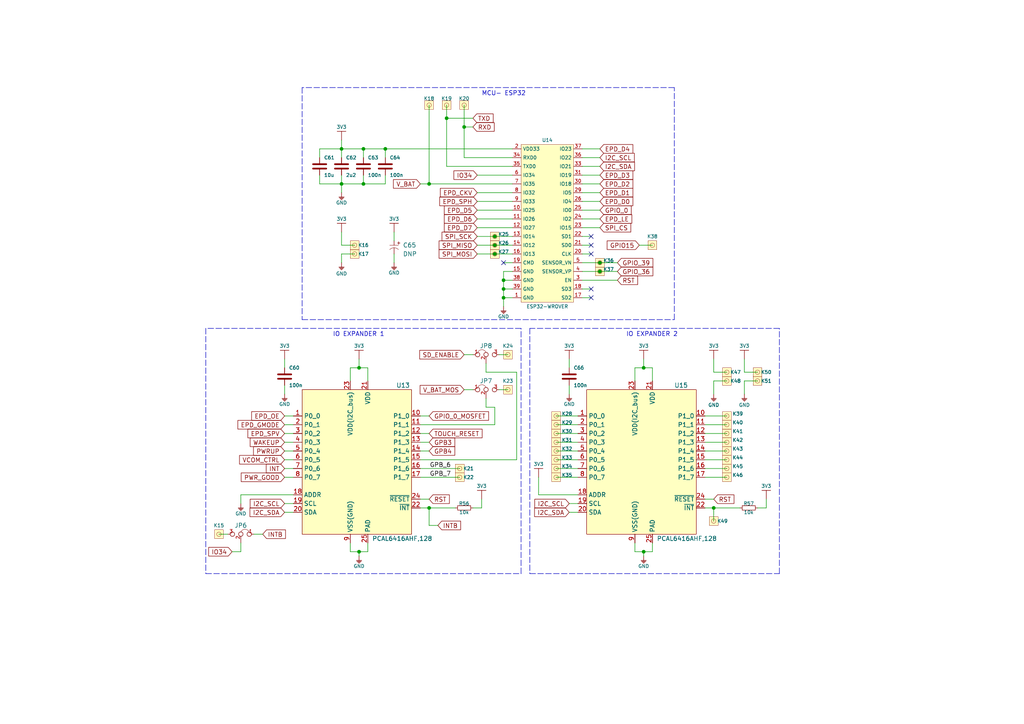
<source format=kicad_sch>
(kicad_sch (version 20211123) (generator eeschema)

  (uuid 101b0da8-9cd6-484e-aa0b-96cf525444c4)

  (paper "A4")

  (title_block
    (title "Soldered Inkplate 6FLICK Gen2")
    (date "2023-11-27")
    (rev "V1.0.0")
    (company "SOLDERED")
    (comment 1 "333312")
  )

  (lib_symbols
    (symbol "e-radionica.com schematics:0603C" (pin_numbers hide) (pin_names (offset 0.002)) (in_bom yes) (on_board yes)
      (property "Reference" "C" (id 0) (at 0 3.81 0)
        (effects (font (size 1 1)))
      )
      (property "Value" "0603C" (id 1) (at 0 -3.175 0)
        (effects (font (size 1 1)))
      )
      (property "Footprint" "e-radionica.com footprinti:0603C" (id 2) (at 0.635 -4.445 0)
        (effects (font (size 1 1)) hide)
      )
      (property "Datasheet" "" (id 3) (at 0 0 0)
        (effects (font (size 1 1)) hide)
      )
      (symbol "0603C_0_1"
        (polyline
          (pts
            (xy -0.635 1.905)
            (xy -0.635 -1.905)
          )
          (stroke (width 0.5) (type default) (color 0 0 0 0))
          (fill (type none))
        )
        (polyline
          (pts
            (xy 0.635 1.905)
            (xy 0.635 -1.905)
          )
          (stroke (width 0.5) (type default) (color 0 0 0 0))
          (fill (type none))
        )
      )
      (symbol "0603C_1_1"
        (pin passive line (at -2.54 0 0) (length 1.9)
          (name "~" (effects (font (size 1.27 1.27))))
          (number "1" (effects (font (size 1.27 1.27))))
        )
        (pin passive line (at 2.54 0 180) (length 1.9)
          (name "~" (effects (font (size 1.27 1.27))))
          (number "2" (effects (font (size 1.27 1.27))))
        )
      )
    )
    (symbol "e-radionica.com schematics:0603R" (pin_numbers hide) (pin_names (offset 0.254)) (in_bom yes) (on_board yes)
      (property "Reference" "R" (id 0) (at 0 1.27 0)
        (effects (font (size 1 1)))
      )
      (property "Value" "0603R" (id 1) (at 0 -1.905 0)
        (effects (font (size 1 1)))
      )
      (property "Footprint" "e-radionica.com footprinti:0603R" (id 2) (at 0 -3.81 0)
        (effects (font (size 1 1)) hide)
      )
      (property "Datasheet" "" (id 3) (at -0.635 1.905 0)
        (effects (font (size 1 1)) hide)
      )
      (symbol "0603R_0_1"
        (rectangle (start -1.905 0.635) (end 1.905 -0.635)
          (stroke (width 0.15) (type default) (color 0 0 0 0))
          (fill (type none))
        )
      )
      (symbol "0603R_1_1"
        (pin passive line (at -2.54 0 0) (length 0.63)
          (name "~" (effects (font (size 1.27 1.27))))
          (number "1" (effects (font (size 1.27 1.27))))
        )
        (pin passive line (at 2.54 0 180) (length 0.63)
          (name "~" (effects (font (size 1.27 1.27))))
          (number "2" (effects (font (size 1.27 1.27))))
        )
      )
    )
    (symbol "e-radionica.com schematics:1206C" (pin_numbers hide) (in_bom yes) (on_board yes)
      (property "Reference" "C" (id 0) (at 0 3.81 0)
        (effects (font (size 1 1)))
      )
      (property "Value" "1206C" (id 1) (at 0 -3.175 0)
        (effects (font (size 1 1)))
      )
      (property "Footprint" "e-radionica.com footprinti:1206C" (id 2) (at 0 -5.08 0)
        (effects (font (size 1 1)) hide)
      )
      (property "Datasheet" "" (id 3) (at 0 0 0)
        (effects (font (size 1 1)) hide)
      )
      (symbol "1206C_0_1"
        (polyline
          (pts
            (xy -0.635 1.905)
            (xy -0.635 -1.905)
          )
          (stroke (width 0.5) (type default) (color 0 0 0 0))
          (fill (type none))
        )
        (polyline
          (pts
            (xy 0.635 1.905)
            (xy 0.635 -1.905)
          )
          (stroke (width 0.5) (type default) (color 0 0 0 0))
          (fill (type none))
        )
      )
      (symbol "1206C_1_1"
        (pin passive line (at -2.54 0 0) (length 1.9)
          (name "~" (effects (font (size 1.27 1.27))))
          (number "1" (effects (font (size 1.27 1.27))))
        )
        (pin passive line (at 2.54 0 180) (length 1.9)
          (name "~" (effects (font (size 1.27 1.27))))
          (number "2" (effects (font (size 1.27 1.27))))
        )
      )
    )
    (symbol "e-radionica.com schematics:2917C" (pin_numbers hide) (pin_names hide) (in_bom yes) (on_board yes)
      (property "Reference" "C?" (id 0) (at 0 0 0)
        (effects (font (size 1.27 1.27)))
      )
      (property "Value" "2917C" (id 1) (at 0 0 0)
        (effects (font (size 1.27 1.27)))
      )
      (property "Footprint" "e-radionica.com footprinti:2917C" (id 2) (at 0 0 0)
        (effects (font (size 1.27 1.27)) hide)
      )
      (property "Datasheet" "" (id 3) (at 0 0 0)
        (effects (font (size 1.27 1.27)) hide)
      )
      (property "ki_description" "TANTAL CAP" (id 4) (at 0 0 0)
        (effects (font (size 1.27 1.27)) hide)
      )
      (symbol "2917C_0_0"
        (text "+" (at -0.635 -1.27 0)
          (effects (font (size 1 1)))
        )
      )
      (symbol "2917C_0_1"
        (polyline
          (pts
            (xy 0 -3.81)
            (xy 0 -1.27)
          )
          (stroke (width 0.1) (type default) (color 0 0 0 0))
          (fill (type none))
        )
        (arc (start 1.2699 -1.27) (mid 0.7439 -2.54) (end 1.2699 -3.81)
          (stroke (width 0.1) (type default) (color 0 0 0 0))
          (fill (type none))
        )
      )
      (symbol "2917C_1_1"
        (pin input line (at -1.27 -2.54 0) (length 1.27)
          (name "+" (effects (font (size 1.27 1.27))))
          (number "1" (effects (font (size 1.27 1.27))))
        )
        (pin input line (at 2.54 -2.54 180) (length 1.8)
          (name "-" (effects (font (size 1.27 1.27))))
          (number "2" (effects (font (size 1.27 1.27))))
        )
      )
    )
    (symbol "e-radionica.com schematics:3V3" (power) (pin_names (offset 0)) (in_bom yes) (on_board yes)
      (property "Reference" "#PWR" (id 0) (at 4.445 0 0)
        (effects (font (size 1 1)) hide)
      )
      (property "Value" "3V3" (id 1) (at 0 3.556 0)
        (effects (font (size 1 1)))
      )
      (property "Footprint" "" (id 2) (at 4.445 3.81 0)
        (effects (font (size 1 1)) hide)
      )
      (property "Datasheet" "" (id 3) (at 4.445 3.81 0)
        (effects (font (size 1 1)) hide)
      )
      (property "ki_keywords" "power-flag" (id 4) (at 0 0 0)
        (effects (font (size 1.27 1.27)) hide)
      )
      (property "ki_description" "Power symbol creates a global label with name \"3V3\"" (id 5) (at 0 0 0)
        (effects (font (size 1.27 1.27)) hide)
      )
      (symbol "3V3_0_1"
        (polyline
          (pts
            (xy -1.27 2.54)
            (xy 1.27 2.54)
          )
          (stroke (width 0.16) (type default) (color 0 0 0 0))
          (fill (type none))
        )
        (polyline
          (pts
            (xy 0 0)
            (xy 0 2.54)
          )
          (stroke (width 0) (type default) (color 0 0 0 0))
          (fill (type none))
        )
      )
      (symbol "3V3_1_1"
        (pin power_in line (at 0 0 90) (length 0) hide
          (name "3V3" (effects (font (size 1.27 1.27))))
          (number "1" (effects (font (size 1.27 1.27))))
        )
      )
    )
    (symbol "e-radionica.com schematics:ESP32-WROVER" (in_bom yes) (on_board yes)
      (property "Reference" "U" (id 0) (at -6.35 25.4 0)
        (effects (font (size 1 1)))
      )
      (property "Value" "ESP32-WROVER" (id 1) (at 0 -22.86 0)
        (effects (font (size 1 1)))
      )
      (property "Footprint" "e-radionica.com footprinti:ESP32-WROVER" (id 2) (at 0 -24.13 0)
        (effects (font (size 1 1)) hide)
      )
      (property "Datasheet" "" (id 3) (at 0 0 0)
        (effects (font (size 1 1)) hide)
      )
      (symbol "ESP32-WROVER_0_1"
        (rectangle (start -7.62 24.13) (end 7.62 -21.59)
          (stroke (width 0.001) (type default) (color 0 0 0 0))
          (fill (type background))
        )
      )
      (symbol "ESP32-WROVER_1_1"
        (pin power_in line (at -10.16 -20.32 0) (length 2.54)
          (name "GND" (effects (font (size 1 1))))
          (number "1" (effects (font (size 1 1))))
        )
        (pin bidirectional line (at -10.16 5.08 0) (length 2.54)
          (name "IO25" (effects (font (size 1 1))))
          (number "10" (effects (font (size 1 1))))
        )
        (pin bidirectional line (at -10.16 2.54 0) (length 2.54)
          (name "IO26" (effects (font (size 1 1))))
          (number "11" (effects (font (size 1 1))))
        )
        (pin bidirectional line (at -10.16 0 0) (length 2.54)
          (name "IO27" (effects (font (size 1 1))))
          (number "12" (effects (font (size 1 1))))
        )
        (pin bidirectional line (at -10.16 -2.54 0) (length 2.54)
          (name "IO14" (effects (font (size 1 1))))
          (number "13" (effects (font (size 1 1))))
        )
        (pin bidirectional line (at -10.16 -5.08 0) (length 2.54)
          (name "IO12" (effects (font (size 1 1))))
          (number "14" (effects (font (size 1 1))))
        )
        (pin power_in line (at -10.16 -12.7 0) (length 2.54)
          (name "GND" (effects (font (size 1 1))))
          (number "15" (effects (font (size 1 1))))
        )
        (pin bidirectional line (at -10.16 -7.62 0) (length 2.54)
          (name "IO13" (effects (font (size 1 1))))
          (number "16" (effects (font (size 1 1))))
        )
        (pin bidirectional line (at 10.16 -20.32 180) (length 2.54)
          (name "SD2" (effects (font (size 1 1))))
          (number "17" (effects (font (size 1 1))))
        )
        (pin bidirectional line (at 10.16 -17.78 180) (length 2.54)
          (name "SD3" (effects (font (size 1 1))))
          (number "18" (effects (font (size 1 1))))
        )
        (pin bidirectional line (at -10.16 -10.16 0) (length 2.54)
          (name "CMD" (effects (font (size 1 1))))
          (number "19" (effects (font (size 1 1))))
        )
        (pin power_in line (at -10.16 22.86 0) (length 2.54)
          (name "VDD33" (effects (font (size 1 1))))
          (number "2" (effects (font (size 1 1))))
        )
        (pin bidirectional line (at 10.16 -7.62 180) (length 2.54)
          (name "CLK" (effects (font (size 1 1))))
          (number "20" (effects (font (size 1 1))))
        )
        (pin bidirectional line (at 10.16 -5.08 180) (length 2.54)
          (name "SD0" (effects (font (size 1 1))))
          (number "21" (effects (font (size 1 1))))
        )
        (pin bidirectional line (at 10.16 -2.54 180) (length 2.54)
          (name "SD1" (effects (font (size 1 1))))
          (number "22" (effects (font (size 1 1))))
        )
        (pin bidirectional line (at 10.16 0 180) (length 2.54)
          (name "IO15" (effects (font (size 1 1))))
          (number "23" (effects (font (size 1 1))))
        )
        (pin bidirectional line (at 10.16 2.54 180) (length 2.54)
          (name "IO2" (effects (font (size 1 1))))
          (number "24" (effects (font (size 1 1))))
        )
        (pin bidirectional line (at 10.16 5.08 180) (length 2.54)
          (name "IO0" (effects (font (size 1 1))))
          (number "25" (effects (font (size 1 1))))
        )
        (pin bidirectional line (at 10.16 7.62 180) (length 2.54)
          (name "IO4" (effects (font (size 1 1))))
          (number "26" (effects (font (size 1 1))))
        )
        (pin bidirectional line (at 10.16 10.16 180) (length 2.54)
          (name "IO5" (effects (font (size 1 1))))
          (number "29" (effects (font (size 1 1))))
        )
        (pin bidirectional line (at 10.16 -15.24 180) (length 2.54)
          (name "EN" (effects (font (size 1 1))))
          (number "3" (effects (font (size 1 1))))
        )
        (pin bidirectional line (at 10.16 12.7 180) (length 2.54)
          (name "IO18" (effects (font (size 1 1))))
          (number "30" (effects (font (size 1 1))))
        )
        (pin bidirectional line (at 10.16 15.24 180) (length 2.54)
          (name "IO19" (effects (font (size 1 1))))
          (number "31" (effects (font (size 1 1))))
        )
        (pin bidirectional line (at 10.16 17.78 180) (length 2.54)
          (name "IO21" (effects (font (size 1 1))))
          (number "33" (effects (font (size 1 1))))
        )
        (pin bidirectional line (at -10.16 20.32 0) (length 2.54)
          (name "RXD0" (effects (font (size 1 1))))
          (number "34" (effects (font (size 1 1))))
        )
        (pin bidirectional line (at -10.16 17.78 0) (length 2.54)
          (name "TXD0" (effects (font (size 1 1))))
          (number "35" (effects (font (size 1 1))))
        )
        (pin bidirectional line (at 10.16 20.32 180) (length 2.54)
          (name "IO22" (effects (font (size 1 1))))
          (number "36" (effects (font (size 1 1))))
        )
        (pin bidirectional line (at 10.16 22.86 180) (length 2.54)
          (name "IO23" (effects (font (size 1 1))))
          (number "37" (effects (font (size 1 1))))
        )
        (pin power_in line (at -10.16 -15.24 0) (length 2.54)
          (name "GND" (effects (font (size 1 1))))
          (number "38" (effects (font (size 1 1))))
        )
        (pin power_in line (at -10.16 -17.78 0) (length 2.54)
          (name "GND" (effects (font (size 1 1))))
          (number "39" (effects (font (size 1 1))))
        )
        (pin bidirectional line (at 10.16 -12.7 180) (length 2.54)
          (name "SENSOR_VP" (effects (font (size 1 1))))
          (number "4" (effects (font (size 1 1))))
        )
        (pin bidirectional line (at 10.16 -10.16 180) (length 2.54)
          (name "SENSOR_VN" (effects (font (size 1 1))))
          (number "5" (effects (font (size 1 1))))
        )
        (pin bidirectional line (at -10.16 15.24 0) (length 2.54)
          (name "IO34" (effects (font (size 1 1))))
          (number "6" (effects (font (size 1 1))))
        )
        (pin bidirectional line (at -10.16 12.7 0) (length 2.54)
          (name "IO35" (effects (font (size 1 1))))
          (number "7" (effects (font (size 1 1))))
        )
        (pin bidirectional line (at -10.16 10.16 0) (length 2.54)
          (name "IO32" (effects (font (size 1 1))))
          (number "8" (effects (font (size 1 1))))
        )
        (pin bidirectional line (at -10.16 7.62 0) (length 2.54)
          (name "IO33" (effects (font (size 1 1))))
          (number "9" (effects (font (size 1 1))))
        )
      )
    )
    (symbol "e-radionica.com schematics:GND" (power) (pin_names (offset 0)) (in_bom yes) (on_board yes)
      (property "Reference" "#PWR" (id 0) (at 4.445 0 0)
        (effects (font (size 1 1)) hide)
      )
      (property "Value" "GND" (id 1) (at 0 -2.921 0)
        (effects (font (size 1 1)))
      )
      (property "Footprint" "" (id 2) (at 4.445 3.81 0)
        (effects (font (size 1 1)) hide)
      )
      (property "Datasheet" "" (id 3) (at 4.445 3.81 0)
        (effects (font (size 1 1)) hide)
      )
      (property "ki_keywords" "power-flag" (id 4) (at 0 0 0)
        (effects (font (size 1.27 1.27)) hide)
      )
      (property "ki_description" "Power symbol creates a global label with name \"GND\"" (id 5) (at 0 0 0)
        (effects (font (size 1.27 1.27)) hide)
      )
      (symbol "GND_0_1"
        (polyline
          (pts
            (xy -0.762 -1.27)
            (xy 0.762 -1.27)
          )
          (stroke (width 0.16) (type default) (color 0 0 0 0))
          (fill (type none))
        )
        (polyline
          (pts
            (xy -0.635 -1.524)
            (xy 0.635 -1.524)
          )
          (stroke (width 0.16) (type default) (color 0 0 0 0))
          (fill (type none))
        )
        (polyline
          (pts
            (xy -0.381 -1.778)
            (xy 0.381 -1.778)
          )
          (stroke (width 0.16) (type default) (color 0 0 0 0))
          (fill (type none))
        )
        (polyline
          (pts
            (xy -0.127 -2.032)
            (xy 0.127 -2.032)
          )
          (stroke (width 0.16) (type default) (color 0 0 0 0))
          (fill (type none))
        )
        (polyline
          (pts
            (xy 0 0)
            (xy 0 -1.27)
          )
          (stroke (width 0.16) (type default) (color 0 0 0 0))
          (fill (type none))
        )
      )
      (symbol "GND_1_1"
        (pin power_in line (at 0 0 270) (length 0) hide
          (name "GND" (effects (font (size 1.27 1.27))))
          (number "1" (effects (font (size 1.27 1.27))))
        )
      )
    )
    (symbol "e-radionica.com schematics:HEADER_MALE_1X1_Inkplate" (pin_numbers hide) (pin_names hide) (in_bom yes) (on_board yes)
      (property "Reference" "K" (id 0) (at 0 2.54 0)
        (effects (font (size 1 1)))
      )
      (property "Value" "HEADER_MALE_1X1_Inkplate" (id 1) (at 0 -2.54 0)
        (effects (font (size 1 1)))
      )
      (property "Footprint" "e-radionica.com footprinti:HEADER_MALE_1X1_Inkplate" (id 2) (at 0 -5.08 0)
        (effects (font (size 1 1)) hide)
      )
      (property "Datasheet" "" (id 3) (at 0 0 0)
        (effects (font (size 1 1)) hide)
      )
      (symbol "HEADER_MALE_1X1_Inkplate_0_1"
        (rectangle (start -1.27 1.27) (end 1.27 -1.27)
          (stroke (width 0.001) (type default) (color 0 0 0 0))
          (fill (type background))
        )
        (circle (center 0 0) (radius 0.635)
          (stroke (width 0.0006) (type default) (color 0 0 0 0))
          (fill (type none))
        )
      )
      (symbol "HEADER_MALE_1X1_Inkplate_1_1"
        (pin passive line (at 0 0 180) (length 0)
          (name "~" (effects (font (size 1 1))))
          (number "1" (effects (font (size 1 1))))
        )
      )
    )
    (symbol "e-radionica.com schematics:PCAL6416AHF,128" (in_bom yes) (on_board yes)
      (property "Reference" "U" (id 0) (at 1.27 -5.08 0)
        (effects (font (size 1.27 1.27)))
      )
      (property "Value" "PCAL6416AHF,128" (id 1) (at 1.27 0 0)
        (effects (font (size 1.27 1.27)))
      )
      (property "Footprint" "e-radionica.com footprinti:PCAL6416AHF,128" (id 2) (at 0 31.75 0)
        (effects (font (size 1.27 1.27)) hide)
      )
      (property "Datasheet" "" (id 3) (at -15.24 11.43 0)
        (effects (font (size 1.27 1.27)) hide)
      )
      (symbol "PCAL6416AHF,128_0_0"
        (rectangle (start -15.24 20.32) (end 16.51 -21.59)
          (stroke (width 0) (type default) (color 0 0 0 0))
          (fill (type background))
        )
        (pin passive line (at 3.81 -24.13 90) (length 2.54)
          (name "PAD" (effects (font (size 1.27 1.27))))
          (number "25" (effects (font (size 1.27 1.27))))
        )
      )
      (symbol "PCAL6416AHF,128_1_1"
        (pin passive line (at -17.78 12.7 0) (length 2.54)
          (name "P0_0" (effects (font (size 1.27 1.27))))
          (number "1" (effects (font (size 1.27 1.27))))
        )
        (pin passive line (at 19.05 12.7 180) (length 2.54)
          (name "P1_0" (effects (font (size 1.27 1.27))))
          (number "10" (effects (font (size 1.27 1.27))))
        )
        (pin passive line (at 19.05 10.16 180) (length 2.54)
          (name "P1_1" (effects (font (size 1.27 1.27))))
          (number "11" (effects (font (size 1.27 1.27))))
        )
        (pin passive line (at 19.05 7.62 180) (length 2.54)
          (name "P1_2" (effects (font (size 1.27 1.27))))
          (number "12" (effects (font (size 1.27 1.27))))
        )
        (pin passive line (at 19.05 5.08 180) (length 2.54)
          (name "P1_3" (effects (font (size 1.27 1.27))))
          (number "13" (effects (font (size 1.27 1.27))))
        )
        (pin passive line (at 19.05 2.54 180) (length 2.54)
          (name "P1_4" (effects (font (size 1.27 1.27))))
          (number "14" (effects (font (size 1.27 1.27))))
        )
        (pin passive line (at 19.05 0 180) (length 2.54)
          (name "P1_5" (effects (font (size 1.27 1.27))))
          (number "15" (effects (font (size 1.27 1.27))))
        )
        (pin passive line (at 19.05 -2.54 180) (length 2.54)
          (name "P1_6" (effects (font (size 1.27 1.27))))
          (number "16" (effects (font (size 1.27 1.27))))
        )
        (pin passive line (at 19.05 -5.08 180) (length 2.54)
          (name "P1_7" (effects (font (size 1.27 1.27))))
          (number "17" (effects (font (size 1.27 1.27))))
        )
        (pin passive line (at -17.78 -10.16 0) (length 2.54)
          (name "ADDR" (effects (font (size 1.27 1.27))))
          (number "18" (effects (font (size 1.27 1.27))))
        )
        (pin passive line (at -17.78 -12.7 0) (length 2.54)
          (name "SCL" (effects (font (size 1.27 1.27))))
          (number "19" (effects (font (size 1.27 1.27))))
        )
        (pin passive line (at -17.78 10.16 0) (length 2.54)
          (name "P0_1" (effects (font (size 1.27 1.27))))
          (number "2" (effects (font (size 1.27 1.27))))
        )
        (pin passive line (at -17.78 -15.24 0) (length 2.54)
          (name "SDA" (effects (font (size 1.27 1.27))))
          (number "20" (effects (font (size 1.27 1.27))))
        )
        (pin passive line (at 3.81 22.86 270) (length 2.54)
          (name "VDD" (effects (font (size 1.27 1.27))))
          (number "21" (effects (font (size 1.27 1.27))))
        )
        (pin passive line (at 19.05 -13.97 180) (length 2.54)
          (name "~{INT}" (effects (font (size 1.27 1.27))))
          (number "22" (effects (font (size 1.27 1.27))))
        )
        (pin passive line (at -1.27 22.86 270) (length 2.54)
          (name "VDD(I2C_bus)" (effects (font (size 1.27 1.27))))
          (number "23" (effects (font (size 1.27 1.27))))
        )
        (pin passive line (at 19.05 -11.43 180) (length 2.54)
          (name "~{RESET}" (effects (font (size 1.27 1.27))))
          (number "24" (effects (font (size 1.27 1.27))))
        )
        (pin passive line (at -17.78 7.62 0) (length 2.54)
          (name "P0_2" (effects (font (size 1.27 1.27))))
          (number "3" (effects (font (size 1.27 1.27))))
        )
        (pin passive line (at -17.78 5.08 0) (length 2.54)
          (name "P0_3" (effects (font (size 1.27 1.27))))
          (number "4" (effects (font (size 1.27 1.27))))
        )
        (pin passive line (at -17.78 2.54 0) (length 2.54)
          (name "P0_4" (effects (font (size 1.27 1.27))))
          (number "5" (effects (font (size 1.27 1.27))))
        )
        (pin passive line (at -17.78 0 0) (length 2.54)
          (name "P0_5" (effects (font (size 1.27 1.27))))
          (number "6" (effects (font (size 1.27 1.27))))
        )
        (pin passive line (at -17.78 -2.54 0) (length 2.54)
          (name "P0_6" (effects (font (size 1.27 1.27))))
          (number "7" (effects (font (size 1.27 1.27))))
        )
        (pin passive line (at -17.78 -5.08 0) (length 2.54)
          (name "P0_7" (effects (font (size 1.27 1.27))))
          (number "8" (effects (font (size 1.27 1.27))))
        )
        (pin passive line (at -1.27 -24.13 90) (length 2.54)
          (name "VSS(GND)" (effects (font (size 1.27 1.27))))
          (number "9" (effects (font (size 1.27 1.27))))
        )
      )
    )
    (symbol "e-radionica.com schematics:SMD_JUMPER_3_PAD_CONNECTED_LEFT_TRACE" (in_bom yes) (on_board yes)
      (property "Reference" "JP" (id 0) (at 0 2.413 0)
        (effects (font (size 1.27 1.27)))
      )
      (property "Value" "SMD_JUMPER_3_PAD_CONNECTED_LEFT_TRACE" (id 1) (at -1.27 -7.62 0)
        (effects (font (size 1.27 1.27)) hide)
      )
      (property "Footprint" "e-radionica.com footprinti:SMD_JUMPER_3_PAD_CONNECTED_LEFT_TRACE" (id 2) (at 2.54 -12.7 0)
        (effects (font (size 1.27 1.27)) hide)
      )
      (property "Datasheet" "" (id 3) (at 1.27 0 0)
        (effects (font (size 1.27 1.27)) hide)
      )
      (symbol "SMD_JUMPER_3_PAD_CONNECTED_LEFT_TRACE_0_1"
        (arc (start 0 0.635) (mid -1.2065 1.4342) (end -2.413 0.635)
          (stroke (width 0.1) (type default) (color 0 0 0 0))
          (fill (type none))
        )
      )
      (symbol "SMD_JUMPER_3_PAD_CONNECTED_LEFT_TRACE_1_1"
        (pin passive inverted (at -3.81 0 0) (length 2)
          (name "" (effects (font (size 1 1))))
          (number "1" (effects (font (size 1 1))))
        )
        (pin passive inverted (at 0 -2.54 90) (length 3.2)
          (name "" (effects (font (size 1 1))))
          (number "2" (effects (font (size 1 1))))
        )
        (pin passive inverted (at 3.81 0 180) (length 2)
          (name "" (effects (font (size 1 1))))
          (number "3" (effects (font (size 1 1))))
        )
      )
    )
  )

  (junction (at 186.69 160.02) (diameter 0) (color 0 0 0 0)
    (uuid 06a1b44e-7d42-41ef-829b-c34a03fa1f03)
  )
  (junction (at 207.01 147.32) (diameter 0) (color 0 0 0 0)
    (uuid 0896ccfc-2f22-4d17-8907-6398364f9f11)
  )
  (junction (at 104.14 106.68) (diameter 0) (color 0 0 0 0)
    (uuid 1a9a959e-0a52-4626-933b-0463bab14cd1)
  )
  (junction (at 124.46 147.32) (diameter 0) (color 0 0 0 0)
    (uuid 31b5d936-ef9d-4cf8-ab86-86b185589578)
  )
  (junction (at 146.05 83.82) (diameter 0) (color 0 0 0 0)
    (uuid 32071ba7-e5ce-4538-b336-0b30651e7089)
  )
  (junction (at 173.99 78.74) (diameter 0) (color 0 0 0 0)
    (uuid 37203593-109a-435d-8ee6-ce5c17c08144)
  )
  (junction (at 129.54 34.29) (diameter 0) (color 0 0 0 0)
    (uuid 415f5d41-6046-470e-8fb2-911acea06d63)
  )
  (junction (at 105.41 53.34) (diameter 0) (color 0 0 0 0)
    (uuid 4dad6dde-886f-4e1c-a2e4-fc08bb4f36ea)
  )
  (junction (at 173.99 76.2) (diameter 0) (color 0 0 0 0)
    (uuid 5acde195-1842-4fc6-958a-ba074b855c94)
  )
  (junction (at 105.41 43.18) (diameter 0) (color 0 0 0 0)
    (uuid 5fffe428-c910-4b31-92de-024d4c884e91)
  )
  (junction (at 111.76 43.18) (diameter 0) (color 0 0 0 0)
    (uuid 66bf15f7-d531-4cb0-9490-dc01654cab61)
  )
  (junction (at 186.69 106.68) (diameter 0) (color 0 0 0 0)
    (uuid 7017459e-be07-4196-afe3-e328e72ddb5a)
  )
  (junction (at 99.06 43.18) (diameter 0) (color 0 0 0 0)
    (uuid 74bddf39-7cb5-4ae0-8987-ff174d39cc5c)
  )
  (junction (at 124.46 53.34) (diameter 0) (color 0 0 0 0)
    (uuid 7e75b9e1-4c59-4a49-b2c5-ebff99ca675f)
  )
  (junction (at 143.51 71.12) (diameter 0) (color 0 0 0 0)
    (uuid 83ca02ee-4f50-4e9b-be66-82aa11dc2ab9)
  )
  (junction (at 143.51 73.66) (diameter 0) (color 0 0 0 0)
    (uuid 9b677851-f050-47de-8b1b-a56e2dd3fea2)
  )
  (junction (at 104.14 160.02) (diameter 0) (color 0 0 0 0)
    (uuid b440457c-7fcd-4d34-97e8-ccc5de2c97b1)
  )
  (junction (at 99.06 53.34) (diameter 0) (color 0 0 0 0)
    (uuid bb239082-59ce-47f4-8281-c6c3aa67bba3)
  )
  (junction (at 143.51 68.58) (diameter 0) (color 0 0 0 0)
    (uuid ca483bf9-0cfa-4122-aa8a-01a7f0be67ac)
  )
  (junction (at 134.62 36.83) (diameter 0) (color 0 0 0 0)
    (uuid cb83edc1-ff0c-445a-b216-d4ec4f634f04)
  )
  (junction (at 146.05 81.28) (diameter 0) (color 0 0 0 0)
    (uuid cfb7b35b-eb3f-473e-8844-b32ce27bf9da)
  )
  (junction (at 146.05 86.36) (diameter 0) (color 0 0 0 0)
    (uuid e20c0e2f-d93c-42f4-8a44-bd253c72409a)
  )

  (no_connect (at 171.45 86.36) (uuid 27c8ab7e-c3ad-4396-ae64-4059c64b0513))
  (no_connect (at 171.45 83.82) (uuid 6240c00a-c8d7-4dd6-a50e-5bc643b9e0b2))
  (no_connect (at 171.45 68.58) (uuid 6e6dfd0e-dbb7-4afa-81ac-ccc036ffcad2))
  (no_connect (at 146.05 76.2) (uuid 7e0a459b-abcd-46da-b74f-d39bc225048d))
  (no_connect (at 171.45 71.12) (uuid 8ff370d7-1765-4011-b9df-fd78d27361b1))
  (no_connect (at 171.45 73.66) (uuid d55a359f-4969-49ff-bd19-16164a816dd9))

  (wire (pts (xy 165.1 148.59) (xy 167.64 148.59))
    (stroke (width 0) (type default) (color 0 0 0 0))
    (uuid 00a4e24d-a068-4ebb-8c1f-6566a4419a35)
  )
  (wire (pts (xy 140.97 118.11) (xy 143.51 118.11))
    (stroke (width 0) (type default) (color 0 0 0 0))
    (uuid 0553ef71-7843-4a5c-9c78-f9e818e3eded)
  )
  (wire (pts (xy 106.68 110.49) (xy 106.68 106.68))
    (stroke (width 0) (type default) (color 0 0 0 0))
    (uuid 056397d4-547c-4f6b-bdfc-882596caa625)
  )
  (wire (pts (xy 168.91 48.26) (xy 173.99 48.26))
    (stroke (width 0) (type default) (color 0 0 0 0))
    (uuid 0674f67c-f14e-43c9-b70e-d5ee0ead4591)
  )
  (wire (pts (xy 184.15 110.49) (xy 184.15 106.68))
    (stroke (width 0) (type default) (color 0 0 0 0))
    (uuid 089fb171-29ab-49c4-b5c3-5bf4a8988467)
  )
  (wire (pts (xy 222.25 147.32) (xy 222.25 144.78))
    (stroke (width 0) (type default) (color 0 0 0 0))
    (uuid 091343fa-4f87-4948-a8ab-1f26dfd34ffa)
  )
  (wire (pts (xy 204.47 138.43) (xy 210.82 138.43))
    (stroke (width 0) (type default) (color 0 0 0 0))
    (uuid 0b9a80fa-c33d-44bc-99bf-2feb387b3a3f)
  )
  (wire (pts (xy 134.62 36.83) (xy 137.16 36.83))
    (stroke (width 0) (type default) (color 0 0 0 0))
    (uuid 0b9e13b9-9de7-48b5-8785-8a7d4344d282)
  )
  (wire (pts (xy 161.29 135.89) (xy 167.64 135.89))
    (stroke (width 0) (type default) (color 0 0 0 0))
    (uuid 0c107909-e29d-4c76-9a99-cdd7c2af6d7a)
  )
  (wire (pts (xy 146.05 81.28) (xy 146.05 83.82))
    (stroke (width 0) (type default) (color 0 0 0 0))
    (uuid 0dec5574-8bbc-4f23-b638-982df3c70add)
  )
  (polyline (pts (xy 195.58 92.71) (xy 195.58 25.4))
    (stroke (width 0) (type default) (color 0 0 0 0))
    (uuid 101ce8e0-4cc9-407c-b684-0f90458477a1)
  )

  (wire (pts (xy 82.55 135.89) (xy 85.09 135.89))
    (stroke (width 0) (type default) (color 0 0 0 0))
    (uuid 141c30aa-d835-4175-bf26-0904b005770c)
  )
  (wire (pts (xy 139.7 144.78) (xy 139.7 147.32))
    (stroke (width 0) (type default) (color 0 0 0 0))
    (uuid 1686e070-c582-4fe8-8c50-ce13f03279db)
  )
  (wire (pts (xy 124.46 147.32) (xy 124.46 152.4))
    (stroke (width 0) (type default) (color 0 0 0 0))
    (uuid 174cdfc5-2622-4a06-8d16-2e0337ac1a3f)
  )
  (wire (pts (xy 168.91 45.72) (xy 173.99 45.72))
    (stroke (width 0) (type default) (color 0 0 0 0))
    (uuid 179628a1-e1d4-46bd-ad2a-7d4d13967bbf)
  )
  (wire (pts (xy 165.1 104.14) (xy 165.1 106.68))
    (stroke (width 0) (type default) (color 0 0 0 0))
    (uuid 19747931-4ad5-411a-83e4-22a553793d4a)
  )
  (wire (pts (xy 168.91 78.74) (xy 173.99 78.74))
    (stroke (width 0) (type default) (color 0 0 0 0))
    (uuid 1a4a3cbb-573f-4133-b15d-ebe5c82c1417)
  )
  (wire (pts (xy 161.29 120.65) (xy 167.64 120.65))
    (stroke (width 0) (type default) (color 0 0 0 0))
    (uuid 1aa6efad-f40f-4289-83be-468ebc960730)
  )
  (wire (pts (xy 104.14 104.14) (xy 104.14 106.68))
    (stroke (width 0) (type default) (color 0 0 0 0))
    (uuid 1ad1627f-e4ff-4af7-b7b8-c7e9d6f07d26)
  )
  (wire (pts (xy 168.91 73.66) (xy 171.45 73.66))
    (stroke (width 0) (type default) (color 0 0 0 0))
    (uuid 1b92ca25-8a24-4783-bb09-a44463c26d3b)
  )
  (wire (pts (xy 99.06 43.18) (xy 105.41 43.18))
    (stroke (width 0) (type default) (color 0 0 0 0))
    (uuid 1c3daa81-2a18-4aaa-90cf-31687c905b36)
  )
  (wire (pts (xy 99.06 53.34) (xy 99.06 55.88))
    (stroke (width 0) (type default) (color 0 0 0 0))
    (uuid 1d6cd0aa-9c99-4377-99c8-2f769057c9c9)
  )
  (wire (pts (xy 134.62 45.72) (xy 134.62 36.83))
    (stroke (width 0) (type default) (color 0 0 0 0))
    (uuid 1dbe4412-ba7f-4159-abcb-b9e132d4faae)
  )
  (wire (pts (xy 184.15 106.68) (xy 186.69 106.68))
    (stroke (width 0) (type default) (color 0 0 0 0))
    (uuid 1e1f7989-d40e-4bcf-a58c-1e629fbfb35f)
  )
  (wire (pts (xy 144.78 102.87) (xy 147.32 102.87))
    (stroke (width 0) (type default) (color 0 0 0 0))
    (uuid 1e83a732-3176-4550-8a6c-34b4ca61ef08)
  )
  (wire (pts (xy 101.6 106.68) (xy 104.14 106.68))
    (stroke (width 0) (type default) (color 0 0 0 0))
    (uuid 1fc8f0cf-6122-4210-84b1-3477c6976178)
  )
  (wire (pts (xy 104.14 106.68) (xy 106.68 106.68))
    (stroke (width 0) (type default) (color 0 0 0 0))
    (uuid 20faa90a-5ead-43c9-9eae-845f550dbb81)
  )
  (wire (pts (xy 146.05 76.2) (xy 148.59 76.2))
    (stroke (width 0) (type default) (color 0 0 0 0))
    (uuid 21d58e82-07f7-403f-a8f0-d9503cc258a3)
  )
  (polyline (pts (xy 87.63 25.4) (xy 87.63 92.71))
    (stroke (width 0) (type default) (color 0 0 0 0))
    (uuid 2250da76-9bd6-45ba-8185-0e064f03376b)
  )

  (wire (pts (xy 161.29 138.43) (xy 167.64 138.43))
    (stroke (width 0) (type default) (color 0 0 0 0))
    (uuid 2331f664-db2d-4333-ad23-a9a7d550652a)
  )
  (wire (pts (xy 129.54 34.29) (xy 129.54 30.48))
    (stroke (width 0) (type default) (color 0 0 0 0))
    (uuid 25f1f456-c2ce-4d97-8563-42c5aca4f204)
  )
  (wire (pts (xy 167.64 143.51) (xy 156.21 143.51))
    (stroke (width 0) (type default) (color 0 0 0 0))
    (uuid 26db3689-eeaf-4e86-9b17-d7657935bf7c)
  )
  (wire (pts (xy 149.86 107.95) (xy 149.86 133.35))
    (stroke (width 0) (type default) (color 0 0 0 0))
    (uuid 26ec31ed-3625-4f9f-b5e0-097e535d7c2b)
  )
  (wire (pts (xy 82.55 130.81) (xy 85.09 130.81))
    (stroke (width 0) (type default) (color 0 0 0 0))
    (uuid 27ea7d77-806a-482f-a573-92746134c254)
  )
  (wire (pts (xy 138.43 68.58) (xy 143.51 68.58))
    (stroke (width 0) (type default) (color 0 0 0 0))
    (uuid 2815de2f-1809-4246-9767-a0013af3bc29)
  )
  (polyline (pts (xy 59.69 166.37) (xy 151.13 166.37))
    (stroke (width 0) (type default) (color 0 0 0 0))
    (uuid 2c6b3b00-faa5-4750-a8e4-81fd6da7f2ad)
  )

  (wire (pts (xy 105.41 43.18) (xy 111.76 43.18))
    (stroke (width 0) (type default) (color 0 0 0 0))
    (uuid 2db2b0b7-fdb8-4924-9d79-f0e4da0f20f7)
  )
  (wire (pts (xy 204.47 123.19) (xy 210.82 123.19))
    (stroke (width 0) (type default) (color 0 0 0 0))
    (uuid 307b43fe-466c-4be6-8b4b-8df65c25f9fb)
  )
  (wire (pts (xy 146.05 81.28) (xy 148.59 81.28))
    (stroke (width 0) (type default) (color 0 0 0 0))
    (uuid 315c4d78-f987-4eb1-b61c-c6f6b1004e40)
  )
  (wire (pts (xy 69.85 160.02) (xy 69.85 157.48))
    (stroke (width 0) (type default) (color 0 0 0 0))
    (uuid 31be1d0f-9f6f-45ac-9c26-a8fd1da98e7a)
  )
  (polyline (pts (xy 153.67 95.25) (xy 153.67 166.37))
    (stroke (width 0) (type default) (color 0 0 0 0))
    (uuid 334f34da-03c8-4920-9214-b353a8b064eb)
  )

  (wire (pts (xy 146.05 78.74) (xy 146.05 81.28))
    (stroke (width 0) (type default) (color 0 0 0 0))
    (uuid 33a07ee4-1783-4682-bee0-db01ba6c48e7)
  )
  (wire (pts (xy 99.06 71.12) (xy 99.06 67.31))
    (stroke (width 0) (type default) (color 0 0 0 0))
    (uuid 33dc29e7-d76c-4aa6-bdf4-97a92be4f4b5)
  )
  (wire (pts (xy 143.51 68.58) (xy 148.59 68.58))
    (stroke (width 0) (type default) (color 0 0 0 0))
    (uuid 33ddc07c-f7b1-4116-af85-2105c9e72dbb)
  )
  (wire (pts (xy 111.76 53.34) (xy 111.76 50.8))
    (stroke (width 0) (type default) (color 0 0 0 0))
    (uuid 361f99e7-471a-479e-9c7d-ed5e6f294edc)
  )
  (wire (pts (xy 138.43 58.42) (xy 148.59 58.42))
    (stroke (width 0) (type default) (color 0 0 0 0))
    (uuid 3afa886a-c958-48a9-820d-408a49993852)
  )
  (wire (pts (xy 204.47 120.65) (xy 210.82 120.65))
    (stroke (width 0) (type default) (color 0 0 0 0))
    (uuid 3bab742b-240d-4ed1-9a2b-04764fb6fbf6)
  )
  (wire (pts (xy 168.91 58.42) (xy 173.99 58.42))
    (stroke (width 0) (type default) (color 0 0 0 0))
    (uuid 3c8643c7-07f7-490f-8e1b-51cc41825ad3)
  )
  (wire (pts (xy 173.99 78.74) (xy 179.07 78.74))
    (stroke (width 0) (type default) (color 0 0 0 0))
    (uuid 3cd96a0a-2666-42d1-bf49-33c085dd5dfa)
  )
  (wire (pts (xy 139.7 147.32) (xy 137.16 147.32))
    (stroke (width 0) (type default) (color 0 0 0 0))
    (uuid 3cee6a1f-ee16-4981-99be-929bce78c953)
  )
  (wire (pts (xy 148.59 78.74) (xy 146.05 78.74))
    (stroke (width 0) (type default) (color 0 0 0 0))
    (uuid 3ebb3ba2-fa52-42fc-b7fc-1fb537cc2ea3)
  )
  (wire (pts (xy 134.62 102.87) (xy 137.16 102.87))
    (stroke (width 0) (type default) (color 0 0 0 0))
    (uuid 3f72080b-8b62-4281-a5f6-b3e8b8264eb2)
  )
  (wire (pts (xy 121.92 135.89) (xy 133.35 135.89))
    (stroke (width 0) (type default) (color 0 0 0 0))
    (uuid 4005dc0c-fe50-4e3a-8b28-0bedb6c218fd)
  )
  (wire (pts (xy 185.42 71.12) (xy 189.23 71.12))
    (stroke (width 0) (type default) (color 0 0 0 0))
    (uuid 40488114-aeaf-4329-843d-f7316a78d906)
  )
  (wire (pts (xy 173.99 76.2) (xy 179.07 76.2))
    (stroke (width 0) (type default) (color 0 0 0 0))
    (uuid 40a279c7-7bd5-417c-a38f-7163f340fade)
  )
  (wire (pts (xy 168.91 66.04) (xy 173.99 66.04))
    (stroke (width 0) (type default) (color 0 0 0 0))
    (uuid 418650dc-3359-4312-a083-9e68d2158086)
  )
  (wire (pts (xy 114.3 67.31) (xy 114.3 69.85))
    (stroke (width 0) (type default) (color 0 0 0 0))
    (uuid 448482d8-5448-43e2-9049-083594a9da23)
  )
  (wire (pts (xy 92.71 50.8) (xy 92.71 53.34))
    (stroke (width 0) (type default) (color 0 0 0 0))
    (uuid 44d36257-9c27-48a4-b039-a112f8c42aad)
  )
  (wire (pts (xy 168.91 76.2) (xy 173.99 76.2))
    (stroke (width 0) (type default) (color 0 0 0 0))
    (uuid 45af2654-80ce-46e4-9e95-96c2719d5603)
  )
  (wire (pts (xy 186.69 161.29) (xy 186.69 160.02))
    (stroke (width 0) (type default) (color 0 0 0 0))
    (uuid 471310c9-a15e-47f3-8336-4cffde13ed1d)
  )
  (wire (pts (xy 67.31 160.02) (xy 69.85 160.02))
    (stroke (width 0) (type default) (color 0 0 0 0))
    (uuid 47d8f776-5a55-4a35-bd47-2ed480e702e3)
  )
  (wire (pts (xy 143.51 73.66) (xy 148.59 73.66))
    (stroke (width 0) (type default) (color 0 0 0 0))
    (uuid 47fda8c7-2732-418a-a28a-4e026b9c0d47)
  )
  (polyline (pts (xy 87.63 92.71) (xy 195.58 92.71))
    (stroke (width 0) (type default) (color 0 0 0 0))
    (uuid 491cb6aa-fed1-4ee2-af05-810ba60e20a7)
  )

  (wire (pts (xy 138.43 60.96) (xy 148.59 60.96))
    (stroke (width 0) (type default) (color 0 0 0 0))
    (uuid 49bc4d43-3978-45c2-9c5a-d6d9311b81d3)
  )
  (wire (pts (xy 82.55 146.05) (xy 85.09 146.05))
    (stroke (width 0) (type default) (color 0 0 0 0))
    (uuid 4c0f046d-8502-4ae3-89f9-4d2371c05fb7)
  )
  (wire (pts (xy 168.91 68.58) (xy 171.45 68.58))
    (stroke (width 0) (type default) (color 0 0 0 0))
    (uuid 4cd6b6e4-162e-4339-b8f1-0e9f24f0fd48)
  )
  (wire (pts (xy 124.46 147.32) (xy 132.08 147.32))
    (stroke (width 0) (type default) (color 0 0 0 0))
    (uuid 4e2a946c-dfa5-47f2-8d3a-6ada7fb28666)
  )
  (wire (pts (xy 168.91 43.18) (xy 173.99 43.18))
    (stroke (width 0) (type default) (color 0 0 0 0))
    (uuid 4f31675a-7bfa-459d-8fb7-c7d603a10662)
  )
  (wire (pts (xy 111.76 43.18) (xy 148.59 43.18))
    (stroke (width 0) (type default) (color 0 0 0 0))
    (uuid 51c49085-a455-4292-bdcb-2456382d78b8)
  )
  (wire (pts (xy 99.06 73.66) (xy 102.87 73.66))
    (stroke (width 0) (type default) (color 0 0 0 0))
    (uuid 51d432dc-8e05-4d91-84e8-72f7f16dc93c)
  )
  (wire (pts (xy 140.97 107.95) (xy 149.86 107.95))
    (stroke (width 0) (type default) (color 0 0 0 0))
    (uuid 525e7977-580d-4e39-9ec1-3751bbec090b)
  )
  (wire (pts (xy 204.47 135.89) (xy 210.82 135.89))
    (stroke (width 0) (type default) (color 0 0 0 0))
    (uuid 56625ba1-14c8-4886-9f06-00ada327e011)
  )
  (wire (pts (xy 204.47 144.78) (xy 207.01 144.78))
    (stroke (width 0) (type default) (color 0 0 0 0))
    (uuid 5937ab44-5139-4b85-a0aa-30ae85d4f12a)
  )
  (wire (pts (xy 204.47 130.81) (xy 210.82 130.81))
    (stroke (width 0) (type default) (color 0 0 0 0))
    (uuid 5ba3407c-8b71-4786-aa3e-34f0799cf43b)
  )
  (wire (pts (xy 69.85 146.05) (xy 69.85 143.51))
    (stroke (width 0) (type default) (color 0 0 0 0))
    (uuid 5de1ec50-860f-4c07-b6aa-3bdf21e888b0)
  )
  (wire (pts (xy 168.91 53.34) (xy 173.99 53.34))
    (stroke (width 0) (type default) (color 0 0 0 0))
    (uuid 60310bed-a592-4ab2-bead-e939882c5f42)
  )
  (wire (pts (xy 92.71 45.72) (xy 92.71 43.18))
    (stroke (width 0) (type default) (color 0 0 0 0))
    (uuid 636ff518-667a-44c9-a238-6cfdde3f0ea6)
  )
  (wire (pts (xy 105.41 45.72) (xy 105.41 43.18))
    (stroke (width 0) (type default) (color 0 0 0 0))
    (uuid 64edb4cc-89f6-48ea-b13c-eb17dfa5e5d6)
  )
  (wire (pts (xy 138.43 71.12) (xy 143.51 71.12))
    (stroke (width 0) (type default) (color 0 0 0 0))
    (uuid 6699c7b9-1b7f-4d09-87c1-e58926f543d5)
  )
  (wire (pts (xy 140.97 105.41) (xy 140.97 107.95))
    (stroke (width 0) (type default) (color 0 0 0 0))
    (uuid 67d35dd4-1c5c-4680-a73c-73e433f6bccf)
  )
  (wire (pts (xy 189.23 110.49) (xy 189.23 106.68))
    (stroke (width 0) (type default) (color 0 0 0 0))
    (uuid 685d1532-0253-4ae6-aaf8-5b6ad6297fed)
  )
  (wire (pts (xy 140.97 115.57) (xy 140.97 118.11))
    (stroke (width 0) (type default) (color 0 0 0 0))
    (uuid 68f6d529-3fd0-4be6-931e-5aaa1aab1e47)
  )
  (wire (pts (xy 101.6 157.48) (xy 101.6 160.02))
    (stroke (width 0) (type default) (color 0 0 0 0))
    (uuid 690cd72b-67da-444a-a8b8-39eb3919a77a)
  )
  (wire (pts (xy 161.29 123.19) (xy 167.64 123.19))
    (stroke (width 0) (type default) (color 0 0 0 0))
    (uuid 69ffed0b-906a-4627-a7fa-6a1f4b754ad7)
  )
  (wire (pts (xy 210.82 107.95) (xy 207.01 107.95))
    (stroke (width 0) (type default) (color 0 0 0 0))
    (uuid 6b80012d-a839-421f-9ada-d3040024bf5e)
  )
  (wire (pts (xy 129.54 34.29) (xy 137.16 34.29))
    (stroke (width 0) (type default) (color 0 0 0 0))
    (uuid 6f69d369-e6ef-4a79-b7fd-0fd45cd46da5)
  )
  (wire (pts (xy 148.59 86.36) (xy 146.05 86.36))
    (stroke (width 0) (type default) (color 0 0 0 0))
    (uuid 7124e3fd-615a-48d7-9de5-17bf79374bd4)
  )
  (wire (pts (xy 204.47 128.27) (xy 210.82 128.27))
    (stroke (width 0) (type default) (color 0 0 0 0))
    (uuid 719609dd-45c0-4580-959e-300979e35412)
  )
  (wire (pts (xy 138.43 66.04) (xy 148.59 66.04))
    (stroke (width 0) (type default) (color 0 0 0 0))
    (uuid 76ea6d8e-0924-4398-9993-29c42c276c0a)
  )
  (wire (pts (xy 189.23 160.02) (xy 189.23 157.48))
    (stroke (width 0) (type default) (color 0 0 0 0))
    (uuid 77d1ea66-d3e6-44a0-8e54-9813165a85d2)
  )
  (wire (pts (xy 165.1 111.76) (xy 165.1 114.3))
    (stroke (width 0) (type default) (color 0 0 0 0))
    (uuid 7863b68e-34e9-4b82-aa0a-a879dde07bed)
  )
  (wire (pts (xy 99.06 50.8) (xy 99.06 53.34))
    (stroke (width 0) (type default) (color 0 0 0 0))
    (uuid 7a2f3e7c-3f85-4cce-ae3d-5f9d0edc9218)
  )
  (wire (pts (xy 207.01 147.32) (xy 207.01 151.13))
    (stroke (width 0) (type default) (color 0 0 0 0))
    (uuid 7d6c4c04-5af2-448e-9f2f-09f049faf81e)
  )
  (wire (pts (xy 82.55 123.19) (xy 85.09 123.19))
    (stroke (width 0) (type default) (color 0 0 0 0))
    (uuid 7f3fcd48-92ed-4f56-a3d1-866233873190)
  )
  (wire (pts (xy 161.29 133.35) (xy 167.64 133.35))
    (stroke (width 0) (type default) (color 0 0 0 0))
    (uuid 8080bca9-50eb-4a0e-895e-4bc19798a44b)
  )
  (wire (pts (xy 138.43 73.66) (xy 143.51 73.66))
    (stroke (width 0) (type default) (color 0 0 0 0))
    (uuid 80bf2ac1-a63b-48e1-b8e0-7e300cbda9c8)
  )
  (wire (pts (xy 161.29 130.81) (xy 167.64 130.81))
    (stroke (width 0) (type default) (color 0 0 0 0))
    (uuid 80fbca04-977b-4865-8193-2e85f4d011f7)
  )
  (wire (pts (xy 168.91 55.88) (xy 173.99 55.88))
    (stroke (width 0) (type default) (color 0 0 0 0))
    (uuid 81cd7426-b118-4847-8045-9c084171cb44)
  )
  (wire (pts (xy 207.01 107.95) (xy 207.01 104.14))
    (stroke (width 0) (type default) (color 0 0 0 0))
    (uuid 833aadd5-fa01-472a-b93e-e158835fcd5b)
  )
  (wire (pts (xy 165.1 146.05) (xy 167.64 146.05))
    (stroke (width 0) (type default) (color 0 0 0 0))
    (uuid 83f4c018-eccd-4a60-a5c1-09780d315476)
  )
  (wire (pts (xy 99.06 40.64) (xy 99.06 43.18))
    (stroke (width 0) (type default) (color 0 0 0 0))
    (uuid 86014748-c4bf-4d61-b3a6-49d988603ebe)
  )
  (wire (pts (xy 102.87 71.12) (xy 99.06 71.12))
    (stroke (width 0) (type default) (color 0 0 0 0))
    (uuid 8667d3d5-3581-4d7f-bc9d-01ed8770e8cd)
  )
  (wire (pts (xy 148.59 45.72) (xy 134.62 45.72))
    (stroke (width 0) (type default) (color 0 0 0 0))
    (uuid 8762829e-79f3-46d4-b1b9-aeca33c613ea)
  )
  (wire (pts (xy 92.71 53.34) (xy 99.06 53.34))
    (stroke (width 0) (type default) (color 0 0 0 0))
    (uuid 87659dd9-712c-4682-9a21-c4dbaec3c5d3)
  )
  (wire (pts (xy 146.05 83.82) (xy 148.59 83.82))
    (stroke (width 0) (type default) (color 0 0 0 0))
    (uuid 8986520a-56c3-407b-8f91-99375a2cb61c)
  )
  (wire (pts (xy 134.62 113.03) (xy 137.16 113.03))
    (stroke (width 0) (type default) (color 0 0 0 0))
    (uuid 8d44a999-ba27-4277-a06a-3a58ad25b53b)
  )
  (wire (pts (xy 134.62 36.83) (xy 134.62 30.48))
    (stroke (width 0) (type default) (color 0 0 0 0))
    (uuid 8f2144eb-4a20-4861-8ba1-abfeb2bc8496)
  )
  (wire (pts (xy 161.29 125.73) (xy 167.64 125.73))
    (stroke (width 0) (type default) (color 0 0 0 0))
    (uuid 9621c77a-bae0-4d8d-96f1-9bfc146da3a8)
  )
  (wire (pts (xy 101.6 160.02) (xy 104.14 160.02))
    (stroke (width 0) (type default) (color 0 0 0 0))
    (uuid 9741f04d-34f3-4188-8580-567fc6aff5cb)
  )
  (wire (pts (xy 156.21 143.51) (xy 156.21 138.43))
    (stroke (width 0) (type default) (color 0 0 0 0))
    (uuid 9760fffc-81e8-483f-9b5d-f5254aad9cd7)
  )
  (wire (pts (xy 149.86 133.35) (xy 121.92 133.35))
    (stroke (width 0) (type default) (color 0 0 0 0))
    (uuid 9a0d2284-1dc9-428e-ad15-9ecda50ca265)
  )
  (wire (pts (xy 168.91 71.12) (xy 171.45 71.12))
    (stroke (width 0) (type default) (color 0 0 0 0))
    (uuid 9ca94e92-0a4f-4ed2-b0ab-8e518d5ea915)
  )
  (wire (pts (xy 138.43 55.88) (xy 148.59 55.88))
    (stroke (width 0) (type default) (color 0 0 0 0))
    (uuid 9ed93607-2d60-4530-85ee-538ff57a5d23)
  )
  (wire (pts (xy 104.14 160.02) (xy 104.14 161.29))
    (stroke (width 0) (type default) (color 0 0 0 0))
    (uuid a0e4191e-7c1a-49cc-83eb-d6169cb3f767)
  )
  (wire (pts (xy 184.15 160.02) (xy 186.69 160.02))
    (stroke (width 0) (type default) (color 0 0 0 0))
    (uuid a0f8ccef-5510-4b5a-ae60-0f945beb9af5)
  )
  (wire (pts (xy 121.92 144.78) (xy 124.46 144.78))
    (stroke (width 0) (type default) (color 0 0 0 0))
    (uuid a150da54-4e11-4a10-88e2-b7fafb654116)
  )
  (polyline (pts (xy 151.13 166.37) (xy 151.13 95.25))
    (stroke (width 0) (type default) (color 0 0 0 0))
    (uuid a1fe03ff-06a3-4b19-a539-2ee47e4a4999)
  )

  (wire (pts (xy 168.91 60.96) (xy 173.99 60.96))
    (stroke (width 0) (type default) (color 0 0 0 0))
    (uuid a2165c00-aee2-4311-9c10-49e866b600d5)
  )
  (wire (pts (xy 82.55 128.27) (xy 85.09 128.27))
    (stroke (width 0) (type default) (color 0 0 0 0))
    (uuid a2f71556-2fed-4835-a070-d767f793185d)
  )
  (wire (pts (xy 121.92 138.43) (xy 133.35 138.43))
    (stroke (width 0) (type default) (color 0 0 0 0))
    (uuid a3a992d4-6a0c-444f-b3be-2fa9c3f1265e)
  )
  (wire (pts (xy 114.3 73.66) (xy 114.3 76.2))
    (stroke (width 0) (type default) (color 0 0 0 0))
    (uuid a55f1a12-06fa-426c-af4c-ac934dbeb7da)
  )
  (wire (pts (xy 82.55 125.73) (xy 85.09 125.73))
    (stroke (width 0) (type default) (color 0 0 0 0))
    (uuid a63d0cde-f5c3-4375-89e4-fc5c565193f5)
  )
  (wire (pts (xy 121.92 53.34) (xy 124.46 53.34))
    (stroke (width 0) (type default) (color 0 0 0 0))
    (uuid a71d95a0-7f0e-4127-8f41-642a7a6b88b5)
  )
  (polyline (pts (xy 59.69 95.25) (xy 59.69 166.37))
    (stroke (width 0) (type default) (color 0 0 0 0))
    (uuid a7a2e13f-356e-49fe-a649-99407b279e0f)
  )

  (wire (pts (xy 106.68 160.02) (xy 104.14 160.02))
    (stroke (width 0) (type default) (color 0 0 0 0))
    (uuid a9f807ef-d3da-448f-97a8-dbde00d1e6f8)
  )
  (wire (pts (xy 168.91 86.36) (xy 171.45 86.36))
    (stroke (width 0) (type default) (color 0 0 0 0))
    (uuid aa22cc02-dfd4-461a-bbfd-8b5a440bd2d1)
  )
  (wire (pts (xy 82.55 133.35) (xy 85.09 133.35))
    (stroke (width 0) (type default) (color 0 0 0 0))
    (uuid aad61e00-c943-41cf-8f58-987dabea2339)
  )
  (wire (pts (xy 186.69 160.02) (xy 189.23 160.02))
    (stroke (width 0) (type default) (color 0 0 0 0))
    (uuid acb57e2c-e473-4a27-af71-fbddc0c09ac3)
  )
  (wire (pts (xy 99.06 53.34) (xy 105.41 53.34))
    (stroke (width 0) (type default) (color 0 0 0 0))
    (uuid ad169590-b29b-4006-a08f-9f2d94d7e9a8)
  )
  (wire (pts (xy 82.55 111.76) (xy 82.55 114.3))
    (stroke (width 0) (type default) (color 0 0 0 0))
    (uuid ad57f1ef-4002-44d0-8860-4eefa74a1ff8)
  )
  (wire (pts (xy 146.05 83.82) (xy 146.05 86.36))
    (stroke (width 0) (type default) (color 0 0 0 0))
    (uuid adf9f568-3e04-4147-969f-04daf1fd39ad)
  )
  (wire (pts (xy 219.71 147.32) (xy 222.25 147.32))
    (stroke (width 0) (type default) (color 0 0 0 0))
    (uuid af0deb66-cd75-4e19-8f9b-316129caa582)
  )
  (wire (pts (xy 204.47 133.35) (xy 210.82 133.35))
    (stroke (width 0) (type default) (color 0 0 0 0))
    (uuid b073b5bb-39c9-47f0-8b45-f3e85f5ba4fb)
  )
  (wire (pts (xy 204.47 125.73) (xy 210.82 125.73))
    (stroke (width 0) (type default) (color 0 0 0 0))
    (uuid b123cb59-8ce2-4b4b-a009-0722ced81a23)
  )
  (wire (pts (xy 82.55 104.14) (xy 82.55 106.68))
    (stroke (width 0) (type default) (color 0 0 0 0))
    (uuid b1b81dd4-2bb6-4e49-931a-87e8cf8e66e4)
  )
  (wire (pts (xy 82.55 138.43) (xy 85.09 138.43))
    (stroke (width 0) (type default) (color 0 0 0 0))
    (uuid b354d3c9-e530-4062-8c94-bce024960f67)
  )
  (wire (pts (xy 184.15 157.48) (xy 184.15 160.02))
    (stroke (width 0) (type default) (color 0 0 0 0))
    (uuid b44ef86f-7b57-4ab8-927d-10054e5e9140)
  )
  (polyline (pts (xy 153.67 166.37) (xy 226.06 166.37))
    (stroke (width 0) (type default) (color 0 0 0 0))
    (uuid b584446a-6752-4012-a65e-570e3b4abb73)
  )

  (wire (pts (xy 215.9 107.95) (xy 219.71 107.95))
    (stroke (width 0) (type default) (color 0 0 0 0))
    (uuid b5eeb922-b9a7-4604-a01f-d51d09295c7f)
  )
  (wire (pts (xy 82.55 148.59) (xy 85.09 148.59))
    (stroke (width 0) (type default) (color 0 0 0 0))
    (uuid bb27b2a3-59b6-4147-a0e7-55f9b39d7591)
  )
  (wire (pts (xy 138.43 63.5) (xy 148.59 63.5))
    (stroke (width 0) (type default) (color 0 0 0 0))
    (uuid bdd58579-c5b9-4d4e-998a-2f8875f77153)
  )
  (wire (pts (xy 99.06 76.2) (xy 99.06 73.66))
    (stroke (width 0) (type default) (color 0 0 0 0))
    (uuid bfd7a631-de72-4d29-ae7c-360348647adc)
  )
  (wire (pts (xy 146.05 86.36) (xy 146.05 88.9))
    (stroke (width 0) (type default) (color 0 0 0 0))
    (uuid c1b4a147-43aa-47c6-8a72-51c692e4e12c)
  )
  (wire (pts (xy 207.01 147.32) (xy 214.63 147.32))
    (stroke (width 0) (type default) (color 0 0 0 0))
    (uuid c45e15ae-6b31-479d-bcb9-65ebf9e634e5)
  )
  (wire (pts (xy 106.68 157.48) (xy 106.68 160.02))
    (stroke (width 0) (type default) (color 0 0 0 0))
    (uuid c5bb9720-e443-43d4-8df8-bbd138369f1c)
  )
  (wire (pts (xy 144.78 113.03) (xy 147.32 113.03))
    (stroke (width 0) (type default) (color 0 0 0 0))
    (uuid c5c00a07-74a2-4ed4-9cdc-af2ee5bc311c)
  )
  (wire (pts (xy 129.54 48.26) (xy 129.54 34.29))
    (stroke (width 0) (type default) (color 0 0 0 0))
    (uuid c67333f2-391f-444a-b291-3e1ce5a67ad6)
  )
  (wire (pts (xy 121.92 120.65) (xy 124.46 120.65))
    (stroke (width 0) (type default) (color 0 0 0 0))
    (uuid c9d2f66b-7666-471d-b738-460a2ebd275d)
  )
  (wire (pts (xy 168.91 81.28) (xy 179.07 81.28))
    (stroke (width 0) (type default) (color 0 0 0 0))
    (uuid ca51b708-49c6-4b09-8d0a-22d4175f4818)
  )
  (wire (pts (xy 124.46 147.32) (xy 121.92 147.32))
    (stroke (width 0) (type default) (color 0 0 0 0))
    (uuid cad0621b-9a72-41f0-a6f4-11f452c557db)
  )
  (wire (pts (xy 207.01 110.49) (xy 207.01 114.3))
    (stroke (width 0) (type default) (color 0 0 0 0))
    (uuid cb6c62a4-71a6-41b3-a969-fd76508b90f5)
  )
  (polyline (pts (xy 195.58 25.4) (xy 87.63 25.4))
    (stroke (width 0) (type default) (color 0 0 0 0))
    (uuid ce19070f-f0cc-4320-ba68-8f83b72f3d6a)
  )

  (wire (pts (xy 92.71 43.18) (xy 99.06 43.18))
    (stroke (width 0) (type default) (color 0 0 0 0))
    (uuid d1904e96-a6b4-4c69-bb67-e90153f8bbd0)
  )
  (wire (pts (xy 99.06 43.18) (xy 99.06 45.72))
    (stroke (width 0) (type default) (color 0 0 0 0))
    (uuid d29aa85d-f836-4df3-8202-437ed8aad176)
  )
  (wire (pts (xy 210.82 110.49) (xy 207.01 110.49))
    (stroke (width 0) (type default) (color 0 0 0 0))
    (uuid d4642dba-bdd4-418b-9644-b526f75bb8f0)
  )
  (wire (pts (xy 215.9 104.14) (xy 215.9 107.95))
    (stroke (width 0) (type default) (color 0 0 0 0))
    (uuid d5851e89-ce95-4e0f-aa89-6db8e2929335)
  )
  (wire (pts (xy 121.92 123.19) (xy 143.51 123.19))
    (stroke (width 0) (type default) (color 0 0 0 0))
    (uuid d6adcc12-28ad-4e09-b26c-f3bae3a0232a)
  )
  (polyline (pts (xy 151.13 95.25) (xy 59.69 95.25))
    (stroke (width 0) (type default) (color 0 0 0 0))
    (uuid d931ebc2-7d60-4ed2-b417-e4ad6a68c1e6)
  )

  (wire (pts (xy 127 152.4) (xy 124.46 152.4))
    (stroke (width 0) (type default) (color 0 0 0 0))
    (uuid dab3ab79-cf63-42e1-ac5f-648e2944cc36)
  )
  (wire (pts (xy 219.71 110.49) (xy 215.9 110.49))
    (stroke (width 0) (type default) (color 0 0 0 0))
    (uuid ddc21329-6d29-4032-aff5-40f7ec119272)
  )
  (polyline (pts (xy 226.06 166.37) (xy 226.06 95.25))
    (stroke (width 0) (type default) (color 0 0 0 0))
    (uuid ddd95303-8e8a-4760-b00e-3445f34ba0e8)
  )

  (wire (pts (xy 143.51 71.12) (xy 148.59 71.12))
    (stroke (width 0) (type default) (color 0 0 0 0))
    (uuid e15b55b7-bb68-45f2-a2cd-87c122d2ad81)
  )
  (wire (pts (xy 168.91 63.5) (xy 173.99 63.5))
    (stroke (width 0) (type default) (color 0 0 0 0))
    (uuid e4024d6c-5488-4471-ad4a-f712ce2b057e)
  )
  (wire (pts (xy 105.41 53.34) (xy 111.76 53.34))
    (stroke (width 0) (type default) (color 0 0 0 0))
    (uuid e466775d-76b4-4a89-8a00-b69162922da6)
  )
  (wire (pts (xy 161.29 128.27) (xy 167.64 128.27))
    (stroke (width 0) (type default) (color 0 0 0 0))
    (uuid e4a6a926-eb41-486c-a619-5701182f2c88)
  )
  (wire (pts (xy 105.41 50.8) (xy 105.41 53.34))
    (stroke (width 0) (type default) (color 0 0 0 0))
    (uuid e7a8a44f-bda1-4f0b-99ce-b21f137be49e)
  )
  (wire (pts (xy 204.47 147.32) (xy 207.01 147.32))
    (stroke (width 0) (type default) (color 0 0 0 0))
    (uuid e9a973e0-0422-4c2b-922e-9b9fdddb97ab)
  )
  (polyline (pts (xy 226.06 95.25) (xy 153.67 95.25))
    (stroke (width 0) (type default) (color 0 0 0 0))
    (uuid e9d14d95-db84-49db-9801-ab717fcd7b06)
  )

  (wire (pts (xy 138.43 50.8) (xy 148.59 50.8))
    (stroke (width 0) (type default) (color 0 0 0 0))
    (uuid e9f304ea-5286-4a43-bc6a-40696fbb51fa)
  )
  (wire (pts (xy 73.66 154.94) (xy 76.2 154.94))
    (stroke (width 0) (type default) (color 0 0 0 0))
    (uuid ec1b19a3-826e-4d1b-90cc-4ea2bf000692)
  )
  (wire (pts (xy 101.6 106.68) (xy 101.6 110.49))
    (stroke (width 0) (type default) (color 0 0 0 0))
    (uuid ec8e4195-055a-43ce-82bc-9bb80cc6456b)
  )
  (wire (pts (xy 121.92 128.27) (xy 124.46 128.27))
    (stroke (width 0) (type default) (color 0 0 0 0))
    (uuid edbf5dfd-d07b-4e3e-af2a-a90448cdbbd8)
  )
  (wire (pts (xy 215.9 110.49) (xy 215.9 114.3))
    (stroke (width 0) (type default) (color 0 0 0 0))
    (uuid ee721786-9ecf-4fab-84ea-830883be868f)
  )
  (wire (pts (xy 186.69 106.68) (xy 186.69 104.14))
    (stroke (width 0) (type default) (color 0 0 0 0))
    (uuid ef32784d-0e4b-4d0b-b413-56b48436120f)
  )
  (wire (pts (xy 121.92 130.81) (xy 124.46 130.81))
    (stroke (width 0) (type default) (color 0 0 0 0))
    (uuid f15aedd5-5c76-482f-84be-f151d4994bf2)
  )
  (wire (pts (xy 148.59 48.26) (xy 129.54 48.26))
    (stroke (width 0) (type default) (color 0 0 0 0))
    (uuid f36ef929-3c8c-4568-b046-572b8c8ea3af)
  )
  (wire (pts (xy 168.91 50.8) (xy 173.99 50.8))
    (stroke (width 0) (type default) (color 0 0 0 0))
    (uuid f44526df-88fe-4b3b-85c1-a3639222fad4)
  )
  (wire (pts (xy 168.91 83.82) (xy 171.45 83.82))
    (stroke (width 0) (type default) (color 0 0 0 0))
    (uuid f6d6cefd-c5dc-4a20-b6cc-47fc1ab39d74)
  )
  (wire (pts (xy 82.55 120.65) (xy 85.09 120.65))
    (stroke (width 0) (type default) (color 0 0 0 0))
    (uuid f704f44d-a8b6-4a4e-81c3-e694a49c188f)
  )
  (wire (pts (xy 69.85 143.51) (xy 85.09 143.51))
    (stroke (width 0) (type default) (color 0 0 0 0))
    (uuid f7758d5d-aa11-4bff-9864-d902d4f64701)
  )
  (wire (pts (xy 148.59 53.34) (xy 124.46 53.34))
    (stroke (width 0) (type default) (color 0 0 0 0))
    (uuid f7cad01d-ca00-426a-8c32-836e31c1d7ba)
  )
  (wire (pts (xy 143.51 118.11) (xy 143.51 123.19))
    (stroke (width 0) (type default) (color 0 0 0 0))
    (uuid f7f4a44d-1ccc-468d-a275-737836a4ffc2)
  )
  (wire (pts (xy 121.92 125.73) (xy 124.46 125.73))
    (stroke (width 0) (type default) (color 0 0 0 0))
    (uuid fa55528f-2d0b-479e-9bb2-237af7955fa0)
  )
  (wire (pts (xy 189.23 106.68) (xy 186.69 106.68))
    (stroke (width 0) (type default) (color 0 0 0 0))
    (uuid faf19f8f-de20-4906-96c4-51e0cf3d244d)
  )
  (wire (pts (xy 63.5 154.94) (xy 66.04 154.94))
    (stroke (width 0) (type default) (color 0 0 0 0))
    (uuid fc34efc8-693d-4b35-8fdd-e7461d138d14)
  )
  (wire (pts (xy 111.76 43.18) (xy 111.76 45.72))
    (stroke (width 0) (type default) (color 0 0 0 0))
    (uuid fde1a264-6d39-42b1-945c-7c0325aea7ff)
  )
  (wire (pts (xy 124.46 53.34) (xy 124.46 30.48))
    (stroke (width 0) (type default) (color 0 0 0 0))
    (uuid ffb8094b-6976-4730-bb96-5ee3eff4f10a)
  )

  (text "MCU- ESP32" (at 139.7 27.94 0)
    (effects (font (size 1.27 1.27)) (justify left bottom))
    (uuid 02a077f8-2808-4f66-a3a7-a3b31d839449)
  )
  (text "IO EXPANDER 2" (at 181.61 97.79 0)
    (effects (font (size 1.27 1.27)) (justify left bottom))
    (uuid 893e179a-b750-45b0-935e-4cd3cb02ba49)
  )
  (text "IO EXPANDER 1" (at 96.52 97.79 0)
    (effects (font (size 1.27 1.27)) (justify left bottom))
    (uuid c6c0f416-8fc5-499e-a813-f039443be8f7)
  )

  (label "GPB_7" (at 130.81 138.43 180)
    (effects (font (size 1.27 1.27)) (justify right bottom))
    (uuid 2ed20516-29b3-40cd-bc5b-008c5e5e9f21)
  )
  (label "GPB_6" (at 130.81 135.89 180)
    (effects (font (size 1.27 1.27)) (justify right bottom))
    (uuid b98b364f-e678-4eb5-9db1-94465b726bda)
  )

  (global_label "EPD_D7" (shape input) (at 138.43 66.04 180) (fields_autoplaced)
    (effects (font (size 1.27 1.27)) (justify right))
    (uuid 03ffb119-6c60-416f-b536-0cd5042e85cd)
    (property "Intersheet References" "${INTERSHEET_REFS}" (id 0) (at 128.8807 65.9606 0)
      (effects (font (size 1.27 1.27)) (justify right) hide)
    )
  )
  (global_label "EPD_D4" (shape input) (at 173.99 43.18 0) (fields_autoplaced)
    (effects (font (size 1.27 1.27)) (justify left))
    (uuid 0b4fdb65-7034-4eab-bbc9-509bab785849)
    (property "Intersheet References" "${INTERSHEET_REFS}" (id 0) (at 183.5393 43.1006 0)
      (effects (font (size 1.27 1.27)) (justify left) hide)
    )
  )
  (global_label "EPD_CKV" (shape input) (at 138.43 55.88 180) (fields_autoplaced)
    (effects (font (size 1.27 1.27)) (justify right))
    (uuid 0e5dc0cb-2396-47fb-b2ad-b30442c783f3)
    (property "Intersheet References" "${INTERSHEET_REFS}" (id 0) (at 127.7317 55.8006 0)
      (effects (font (size 1.27 1.27)) (justify right) hide)
    )
  )
  (global_label "PWRUP" (shape input) (at 82.55 130.81 180) (fields_autoplaced)
    (effects (font (size 1.27 1.27)) (justify right))
    (uuid 0e73f40a-d7d3-4d13-a121-57c58ec952d1)
    (property "Intersheet References" "${INTERSHEET_REFS}" (id 0) (at 73.545 130.8894 0)
      (effects (font (size 1.27 1.27)) (justify right) hide)
    )
  )
  (global_label "INT" (shape input) (at 82.55 135.89 180) (fields_autoplaced)
    (effects (font (size 1.27 1.27)) (justify right))
    (uuid 231b289e-aeab-4dee-b4f6-9b83ae1bec6a)
    (property "Intersheet References" "${INTERSHEET_REFS}" (id 0) (at 77.234 135.9694 0)
      (effects (font (size 1.27 1.27)) (justify right) hide)
    )
  )
  (global_label "EPD_OE" (shape input) (at 82.55 120.65 180) (fields_autoplaced)
    (effects (font (size 1.27 1.27)) (justify right))
    (uuid 248bf024-709d-488b-8e53-cc221871009f)
    (property "Intersheet References" "${INTERSHEET_REFS}" (id 0) (at 73.0007 120.5706 0)
      (effects (font (size 1.27 1.27)) (justify right) hide)
    )
  )
  (global_label "EPD_D5" (shape input) (at 138.43 60.96 180) (fields_autoplaced)
    (effects (font (size 1.27 1.27)) (justify right))
    (uuid 25dd3369-bdb8-45f0-a44b-30cf56766e97)
    (property "Intersheet References" "${INTERSHEET_REFS}" (id 0) (at 128.8807 60.8806 0)
      (effects (font (size 1.27 1.27)) (justify right) hide)
    )
  )
  (global_label "RST" (shape input) (at 179.07 81.28 0) (fields_autoplaced)
    (effects (font (size 1.27 1.27)) (justify left))
    (uuid 280d125c-7b42-4bbb-bf54-66dc583292c3)
    (property "Intersheet References" "${INTERSHEET_REFS}" (id 0) (at 184.9302 81.2006 0)
      (effects (font (size 1.27 1.27)) (justify left) hide)
    )
  )
  (global_label "V_BAT_MOS" (shape input) (at 134.62 113.03 180) (fields_autoplaced)
    (effects (font (size 1.27 1.27)) (justify right))
    (uuid 31898887-1111-4e4d-a524-390fb056d2df)
    (property "Intersheet References" "${INTERSHEET_REFS}" (id 0) (at 121.8655 112.9506 0)
      (effects (font (size 1.27 1.27)) (justify right) hide)
    )
  )
  (global_label "WAKEUP" (shape input) (at 82.55 128.27 180) (fields_autoplaced)
    (effects (font (size 1.27 1.27)) (justify right))
    (uuid 39c7b50a-166a-4da0-b924-387f6c33a270)
    (property "Intersheet References" "${INTERSHEET_REFS}" (id 0) (at 72.5774 128.3494 0)
      (effects (font (size 1.27 1.27)) (justify right) hide)
    )
  )
  (global_label "SPI_MOSI" (shape input) (at 138.43 73.66 180) (fields_autoplaced)
    (effects (font (size 1.27 1.27)) (justify right))
    (uuid 4a2ea0e4-85d5-4926-a56a-235cbf331688)
    (property "Intersheet References" "${INTERSHEET_REFS}" (id 0) (at 127.3688 73.5806 0)
      (effects (font (size 1.27 1.27)) (justify right) hide)
    )
  )
  (global_label "IO34" (shape input) (at 67.31 160.02 180) (fields_autoplaced)
    (effects (font (size 1.27 1.27)) (justify right))
    (uuid 4b1a5523-b6f0-4adb-a9be-73c9e7aedc11)
    (property "Intersheet References" "${INTERSHEET_REFS}" (id 0) (at 60.5426 159.9406 0)
      (effects (font (size 1.27 1.27)) (justify right) hide)
    )
  )
  (global_label "GPIO_39" (shape input) (at 179.07 76.2 0) (fields_autoplaced)
    (effects (font (size 1.27 1.27)) (justify left))
    (uuid 4c5a63a5-e7f7-4c06-b508-ea574b859fd2)
    (property "Intersheet References" "${INTERSHEET_REFS}" (id 0) (at 189.345 76.1206 0)
      (effects (font (size 1.27 1.27)) (justify left) hide)
    )
  )
  (global_label "EPD_SPV" (shape input) (at 82.55 125.73 180) (fields_autoplaced)
    (effects (font (size 1.27 1.27)) (justify right))
    (uuid 596ad3fd-3554-4880-b141-b89840e4e442)
    (property "Intersheet References" "${INTERSHEET_REFS}" (id 0) (at 71.9121 125.6506 0)
      (effects (font (size 1.27 1.27)) (justify right) hide)
    )
  )
  (global_label "I2C_SDA" (shape input) (at 82.55 148.59 180) (fields_autoplaced)
    (effects (font (size 1.27 1.27)) (justify right))
    (uuid 5be64a0c-c665-4652-9c8b-b09c68308f6b)
    (property "Intersheet References" "${INTERSHEET_REFS}" (id 0) (at 72.5169 148.5106 0)
      (effects (font (size 1.27 1.27)) (justify right) hide)
    )
  )
  (global_label "RST" (shape input) (at 207.01 144.78 0) (fields_autoplaced)
    (effects (font (size 1.27 1.27)) (justify left))
    (uuid 5f13f3f4-be96-4438-90da-9fa9757c34ec)
    (property "Intersheet References" "${INTERSHEET_REFS}" (id 0) (at 212.8702 144.7006 0)
      (effects (font (size 1.27 1.27)) (justify left) hide)
    )
  )
  (global_label "EPD_D1" (shape input) (at 173.99 55.88 0) (fields_autoplaced)
    (effects (font (size 1.27 1.27)) (justify left))
    (uuid 62739800-bed4-4a35-a905-fb397ceb833b)
    (property "Intersheet References" "${INTERSHEET_REFS}" (id 0) (at 183.5393 55.8006 0)
      (effects (font (size 1.27 1.27)) (justify left) hide)
    )
  )
  (global_label "INTB" (shape input) (at 127 152.4 0) (fields_autoplaced)
    (effects (font (size 1.27 1.27)) (justify left))
    (uuid 636b86dd-3fa0-4db4-bfeb-6cd13d1a308f)
    (property "Intersheet References" "${INTERSHEET_REFS}" (id 0) (at 133.586 152.3206 0)
      (effects (font (size 1.27 1.27)) (justify left) hide)
    )
  )
  (global_label "GPIO_0" (shape input) (at 173.99 60.96 0) (fields_autoplaced)
    (effects (font (size 1.27 1.27)) (justify left))
    (uuid 63cbf7d9-d13d-474e-9c98-095f8e6cf8d0)
    (property "Intersheet References" "${INTERSHEET_REFS}" (id 0) (at 183.0555 61.0394 0)
      (effects (font (size 1.27 1.27)) (justify left) hide)
    )
  )
  (global_label "EPD_D3" (shape input) (at 173.99 50.8 0) (fields_autoplaced)
    (effects (font (size 1.27 1.27)) (justify left))
    (uuid 66f53865-c1b9-4166-a9be-d4fbfdd26fea)
    (property "Intersheet References" "${INTERSHEET_REFS}" (id 0) (at 183.5393 50.7206 0)
      (effects (font (size 1.27 1.27)) (justify left) hide)
    )
  )
  (global_label "I2C_SCL" (shape input) (at 82.55 146.05 180) (fields_autoplaced)
    (effects (font (size 1.27 1.27)) (justify right))
    (uuid 70d083e3-8123-4f08-b0fc-d180c19d95ed)
    (property "Intersheet References" "${INTERSHEET_REFS}" (id 0) (at 72.5774 145.9706 0)
      (effects (font (size 1.27 1.27)) (justify right) hide)
    )
  )
  (global_label "I2C_SCL" (shape input) (at 173.99 45.72 0) (fields_autoplaced)
    (effects (font (size 1.27 1.27)) (justify left))
    (uuid 73e1bed3-2419-4bed-83fe-0745ba7f3ca6)
    (property "Intersheet References" "${INTERSHEET_REFS}" (id 0) (at 183.9626 45.6406 0)
      (effects (font (size 1.27 1.27)) (justify left) hide)
    )
  )
  (global_label "RXD" (shape input) (at 137.16 36.83 0) (fields_autoplaced)
    (effects (font (size 1.27 1.27)) (justify left))
    (uuid 76046a37-1618-49fc-947c-f3fb8e8cd1ec)
    (property "Intersheet References" "${INTERSHEET_REFS}" (id 0) (at 143.3226 36.7506 0)
      (effects (font (size 1.27 1.27)) (justify left) hide)
    )
  )
  (global_label "I2C_SDA" (shape input) (at 173.99 48.26 0) (fields_autoplaced)
    (effects (font (size 1.27 1.27)) (justify left))
    (uuid 76d233f1-ac59-499f-a379-1f1c89da44c3)
    (property "Intersheet References" "${INTERSHEET_REFS}" (id 0) (at 184.0231 48.1806 0)
      (effects (font (size 1.27 1.27)) (justify left) hide)
    )
  )
  (global_label "TOUCH_RESET" (shape input) (at 124.46 125.73 0) (fields_autoplaced)
    (effects (font (size 1.27 1.27)) (justify left))
    (uuid 78200687-0c1b-4c57-91cd-7eb6bfc6f43c)
    (property "Intersheet References" "${INTERSHEET_REFS}" (id 0) (at 139.815 125.6506 0)
      (effects (font (size 1.27 1.27)) (justify left) hide)
    )
  )
  (global_label "EPD_D2" (shape input) (at 173.99 53.34 0) (fields_autoplaced)
    (effects (font (size 1.27 1.27)) (justify left))
    (uuid 7a13bbac-63cd-4731-8e2d-ec2b6f158df2)
    (property "Intersheet References" "${INTERSHEET_REFS}" (id 0) (at 183.5393 53.2606 0)
      (effects (font (size 1.27 1.27)) (justify left) hide)
    )
  )
  (global_label "SPI_CS" (shape input) (at 173.99 66.04 0) (fields_autoplaced)
    (effects (font (size 1.27 1.27)) (justify left))
    (uuid 7cae28e0-f688-448d-9008-28a2116908f1)
    (property "Intersheet References" "${INTERSHEET_REFS}" (id 0) (at 182.9345 65.9606 0)
      (effects (font (size 1.27 1.27)) (justify left) hide)
    )
  )
  (global_label "IO34" (shape input) (at 138.43 50.8 180) (fields_autoplaced)
    (effects (font (size 1.27 1.27)) (justify right))
    (uuid 7eddedf1-0edc-48d1-9141-9866b81fd646)
    (property "Intersheet References" "${INTERSHEET_REFS}" (id 0) (at 131.6626 50.7206 0)
      (effects (font (size 1.27 1.27)) (justify right) hide)
    )
  )
  (global_label "EPD_LE" (shape input) (at 173.99 63.5 0) (fields_autoplaced)
    (effects (font (size 1.27 1.27)) (justify left))
    (uuid 7f4f2572-f690-4ead-a1d0-78c9bda6f22d)
    (property "Intersheet References" "${INTERSHEET_REFS}" (id 0) (at 183.2369 63.4206 0)
      (effects (font (size 1.27 1.27)) (justify left) hide)
    )
  )
  (global_label "I2C_SCL" (shape input) (at 165.1 146.05 180) (fields_autoplaced)
    (effects (font (size 1.27 1.27)) (justify right))
    (uuid 855c1c99-92b8-4e5d-b3d7-5193d177ee2f)
    (property "Intersheet References" "${INTERSHEET_REFS}" (id 0) (at 155.1274 145.9706 0)
      (effects (font (size 1.27 1.27)) (justify right) hide)
    )
  )
  (global_label "GPIO_0_MOSFET" (shape input) (at 124.46 120.65 0) (fields_autoplaced)
    (effects (font (size 1.27 1.27)) (justify left))
    (uuid 87f52e34-4a5c-44eb-b6c4-112fe32d494e)
    (property "Intersheet References" "${INTERSHEET_REFS}" (id 0) (at 141.6898 120.5706 0)
      (effects (font (size 1.27 1.27)) (justify left) hide)
    )
  )
  (global_label "EPD_GMODE" (shape input) (at 82.55 123.19 180) (fields_autoplaced)
    (effects (font (size 1.27 1.27)) (justify right))
    (uuid 9a6af9c9-04d3-40fc-9c57-a56de2da78ce)
    (property "Intersheet References" "${INTERSHEET_REFS}" (id 0) (at 69.0093 123.1106 0)
      (effects (font (size 1.27 1.27)) (justify right) hide)
    )
  )
  (global_label "V_BAT" (shape input) (at 121.92 53.34 180) (fields_autoplaced)
    (effects (font (size 1.27 1.27)) (justify right))
    (uuid 9ed08c6a-3c29-460d-b4c6-8892ce309425)
    (property "Intersheet References" "${INTERSHEET_REFS}" (id 0) (at 114.1245 53.2606 0)
      (effects (font (size 1.27 1.27)) (justify right) hide)
    )
  )
  (global_label "GPIO15" (shape input) (at 185.42 71.12 180) (fields_autoplaced)
    (effects (font (size 1.27 1.27)) (justify right))
    (uuid a3a739fb-aff6-4315-969d-1d907aac35a8)
    (property "Intersheet References" "${INTERSHEET_REFS}" (id 0) (at 176.1126 71.0406 0)
      (effects (font (size 1.27 1.27)) (justify right) hide)
    )
  )
  (global_label "GPB4" (shape input) (at 124.46 130.81 0) (fields_autoplaced)
    (effects (font (size 1.27 1.27)) (justify left))
    (uuid a4c58b71-ba94-40df-bef6-f210be9770a1)
    (property "Intersheet References" "${INTERSHEET_REFS}" (id 0) (at 131.8926 130.7306 0)
      (effects (font (size 1.27 1.27)) (justify left) hide)
    )
  )
  (global_label "PWR_GOOD" (shape input) (at 82.55 138.43 180) (fields_autoplaced)
    (effects (font (size 1.27 1.27)) (justify right))
    (uuid a8880393-5834-4dc2-bf36-03f93425a274)
    (property "Intersheet References" "${INTERSHEET_REFS}" (id 0) (at 69.9769 138.5094 0)
      (effects (font (size 1.27 1.27)) (justify right) hide)
    )
  )
  (global_label "GPIO_36" (shape input) (at 179.07 78.74 0) (fields_autoplaced)
    (effects (font (size 1.27 1.27)) (justify left))
    (uuid abad5eeb-816d-4819-b779-f7cc3d8f055b)
    (property "Intersheet References" "${INTERSHEET_REFS}" (id 0) (at 189.345 78.6606 0)
      (effects (font (size 1.27 1.27)) (justify left) hide)
    )
  )
  (global_label "EPD_D6" (shape input) (at 138.43 63.5 180) (fields_autoplaced)
    (effects (font (size 1.27 1.27)) (justify right))
    (uuid b102d35b-44d8-42d9-b6a1-662c431c2f41)
    (property "Intersheet References" "${INTERSHEET_REFS}" (id 0) (at 128.8807 63.4206 0)
      (effects (font (size 1.27 1.27)) (justify right) hide)
    )
  )
  (global_label "EPD_SPH" (shape input) (at 138.43 58.42 180) (fields_autoplaced)
    (effects (font (size 1.27 1.27)) (justify right))
    (uuid bdf8b2ec-b358-49c0-9863-7f9d443bc1ed)
    (property "Intersheet References" "${INTERSHEET_REFS}" (id 0) (at 127.5502 58.3406 0)
      (effects (font (size 1.27 1.27)) (justify right) hide)
    )
  )
  (global_label "VCOM_CTRL" (shape input) (at 82.55 133.35 180) (fields_autoplaced)
    (effects (font (size 1.27 1.27)) (justify right))
    (uuid be18c637-49bf-4d03-b4c3-a59d0acc7aec)
    (property "Intersheet References" "${INTERSHEET_REFS}" (id 0) (at 69.4931 133.4294 0)
      (effects (font (size 1.27 1.27)) (justify right) hide)
    )
  )
  (global_label "SD_ENABLE" (shape input) (at 134.62 102.87 180) (fields_autoplaced)
    (effects (font (size 1.27 1.27)) (justify right))
    (uuid c2f56f4d-b22b-47de-8850-3407fa496d08)
    (property "Intersheet References" "${INTERSHEET_REFS}" (id 0) (at 121.7445 102.7906 0)
      (effects (font (size 1.27 1.27)) (justify right) hide)
    )
  )
  (global_label "RST" (shape input) (at 124.46 144.78 0) (fields_autoplaced)
    (effects (font (size 1.27 1.27)) (justify left))
    (uuid d3c86f1b-755e-4715-940d-2716f0f5327f)
    (property "Intersheet References" "${INTERSHEET_REFS}" (id 0) (at 130.3202 144.7006 0)
      (effects (font (size 1.27 1.27)) (justify left) hide)
    )
  )
  (global_label "I2C_SDA" (shape input) (at 165.1 148.59 180) (fields_autoplaced)
    (effects (font (size 1.27 1.27)) (justify right))
    (uuid d8bf77b9-fbcf-4fbf-ba0d-46364ea3b8ef)
    (property "Intersheet References" "${INTERSHEET_REFS}" (id 0) (at 155.0669 148.5106 0)
      (effects (font (size 1.27 1.27)) (justify right) hide)
    )
  )
  (global_label "INTB" (shape input) (at 76.2 154.94 0) (fields_autoplaced)
    (effects (font (size 1.27 1.27)) (justify left))
    (uuid deabe8f2-44d5-4290-9e34-87ee3479bbde)
    (property "Intersheet References" "${INTERSHEET_REFS}" (id 0) (at 82.786 154.8606 0)
      (effects (font (size 1.27 1.27)) (justify left) hide)
    )
  )
  (global_label "EPD_D0" (shape input) (at 173.99 58.42 0) (fields_autoplaced)
    (effects (font (size 1.27 1.27)) (justify left))
    (uuid eaa8df02-56fc-437a-b16e-3f1f0db7d1ec)
    (property "Intersheet References" "${INTERSHEET_REFS}" (id 0) (at 183.5393 58.3406 0)
      (effects (font (size 1.27 1.27)) (justify left) hide)
    )
  )
  (global_label "TXD" (shape input) (at 137.16 34.29 0) (fields_autoplaced)
    (effects (font (size 1.27 1.27)) (justify left))
    (uuid ebc72fa5-b95d-4571-b7a3-adfd12b33910)
    (property "Intersheet References" "${INTERSHEET_REFS}" (id 0) (at 143.0202 34.2106 0)
      (effects (font (size 1.27 1.27)) (justify left) hide)
    )
  )
  (global_label "SPI_MISO" (shape input) (at 138.43 71.12 180) (fields_autoplaced)
    (effects (font (size 1.27 1.27)) (justify right))
    (uuid f58613e6-b2fa-4d9e-90e1-cdb625d20bf5)
    (property "Intersheet References" "${INTERSHEET_REFS}" (id 0) (at 127.3688 71.0406 0)
      (effects (font (size 1.27 1.27)) (justify right) hide)
    )
  )
  (global_label "GPB3" (shape input) (at 124.46 128.27 0) (fields_autoplaced)
    (effects (font (size 1.27 1.27)) (justify left))
    (uuid fcec5e70-4368-444b-bf99-edf55e2fc53f)
    (property "Intersheet References" "${INTERSHEET_REFS}" (id 0) (at 131.8926 128.1906 0)
      (effects (font (size 1.27 1.27)) (justify left) hide)
    )
  )
  (global_label "SPI_SCK" (shape input) (at 138.43 68.58 180) (fields_autoplaced)
    (effects (font (size 1.27 1.27)) (justify right))
    (uuid fd620c31-971e-448d-8bd0-9203724918bb)
    (property "Intersheet References" "${INTERSHEET_REFS}" (id 0) (at 128.2155 68.5006 0)
      (effects (font (size 1.27 1.27)) (justify right) hide)
    )
  )

  (symbol (lib_id "e-radionica.com schematics:GND") (at 82.55 114.3 0) (unit 1)
    (in_bom yes) (on_board yes) (fields_autoplaced)
    (uuid 037a78c9-507b-478e-ab4d-9f51a4b3ec4f)
    (property "Reference" "#PWR0156" (id 0) (at 86.995 114.3 0)
      (effects (font (size 1 1)) hide)
    )
    (property "Value" "GND" (id 1) (at 82.55 117.221 0)
      (effects (font (size 1 1)))
    )
    (property "Footprint" "" (id 2) (at 86.995 110.49 0)
      (effects (font (size 1 1)) hide)
    )
    (property "Datasheet" "" (id 3) (at 86.995 110.49 0)
      (effects (font (size 1 1)) hide)
    )
    (pin "1" (uuid fc4e4e63-a992-4b28-9312-d56a760690c9))
  )

  (symbol (lib_id "e-radionica.com schematics:HEADER_MALE_1X1_Inkplate") (at 129.54 30.48 0) (unit 1)
    (in_bom yes) (on_board yes)
    (uuid 057d252a-39cd-4b7a-9030-261ab79bcdd0)
    (property "Reference" "K19" (id 0) (at 129.54 28.575 0)
      (effects (font (size 1 1)))
    )
    (property "Value" "HEADER_MALE_1X1_Inkplate" (id 1) (at 129.54 27.94 0)
      (effects (font (size 1 1)) hide)
    )
    (property "Footprint" "e-radionica.com footprinti:HEADER_MALE_1X1_Inkplate" (id 2) (at 129.54 35.56 0)
      (effects (font (size 1 1)) hide)
    )
    (property "Datasheet" "" (id 3) (at 129.54 30.48 0)
      (effects (font (size 1 1)) hide)
    )
    (pin "1" (uuid 0e6c222d-0215-4eab-9683-21feee275a74))
  )

  (symbol (lib_id "e-radionica.com schematics:0603C") (at 99.06 48.26 90) (unit 1)
    (in_bom yes) (on_board yes)
    (uuid 05c23190-0436-445a-bae8-3db186b913f3)
    (property "Reference" "C62" (id 0) (at 100.33 45.72 90)
      (effects (font (size 1 1)) (justify right))
    )
    (property "Value" "2u2" (id 1) (at 100.33 50.8 90)
      (effects (font (size 1 1)) (justify right))
    )
    (property "Footprint" "e-radionica.com footprinti:0603C" (id 2) (at 103.505 47.625 0)
      (effects (font (size 1 1)) hide)
    )
    (property "Datasheet" "" (id 3) (at 99.06 48.26 0)
      (effects (font (size 1 1)) hide)
    )
    (pin "1" (uuid b85e5a65-f482-4007-af41-df630a532e20))
    (pin "2" (uuid 6691bab0-2a12-472d-90c2-ce7de2144d4c))
  )

  (symbol (lib_id "e-radionica.com schematics:HEADER_MALE_1X1_Inkplate") (at 133.35 138.43 0) (mirror y) (unit 1)
    (in_bom yes) (on_board yes)
    (uuid 12e9c89c-82a7-45d9-acad-79bb2ade583e)
    (property "Reference" "K22" (id 0) (at 135.89 138.43 0)
      (effects (font (size 1 1)))
    )
    (property "Value" "HEADER_MALE_1X1_Inkplate" (id 1) (at 133.35 135.255 0)
      (effects (font (size 1 1)) hide)
    )
    (property "Footprint" "e-radionica.com footprinti:HEADER_MALE_1X1_Inkplate" (id 2) (at 133.35 143.51 0)
      (effects (font (size 1 1)) hide)
    )
    (property "Datasheet" "" (id 3) (at 133.35 138.43 0)
      (effects (font (size 1 1)) hide)
    )
    (pin "1" (uuid 7427e463-eb97-4860-be7d-fc6e839eb651))
  )

  (symbol (lib_id "e-radionica.com schematics:HEADER_MALE_1X1_Inkplate") (at 161.29 135.89 0) (unit 1)
    (in_bom yes) (on_board yes)
    (uuid 136359bc-778c-41f2-9d8f-9dfef14d8d7e)
    (property "Reference" "K34" (id 0) (at 164.465 135.255 0)
      (effects (font (size 1 1)))
    )
    (property "Value" "HEADER_MALE_1X1_Inkplate" (id 1) (at 161.29 133.35 0)
      (effects (font (size 1 1)) hide)
    )
    (property "Footprint" "e-radionica.com footprinti:HEADER_MALE_1X1_Inkplate" (id 2) (at 161.29 140.97 0)
      (effects (font (size 1 1)) hide)
    )
    (property "Datasheet" "" (id 3) (at 161.29 135.89 0)
      (effects (font (size 1 1)) hide)
    )
    (pin "1" (uuid 05efe895-2207-45dd-a879-7ebdf127de11))
  )

  (symbol (lib_id "e-radionica.com schematics:3V3") (at 114.3 67.31 0) (unit 1)
    (in_bom yes) (on_board yes) (fields_autoplaced)
    (uuid 13706dee-cf7f-4dd9-937f-179c86c5a3ae)
    (property "Reference" "#PWR0162" (id 0) (at 118.745 67.31 0)
      (effects (font (size 1 1)) hide)
    )
    (property "Value" "3V3" (id 1) (at 114.3 63.5 0)
      (effects (font (size 1 1)))
    )
    (property "Footprint" "" (id 2) (at 118.745 63.5 0)
      (effects (font (size 1 1)) hide)
    )
    (property "Datasheet" "" (id 3) (at 118.745 63.5 0)
      (effects (font (size 1 1)) hide)
    )
    (pin "1" (uuid 05fa69c0-cb47-47c9-ac67-f5e461303589))
  )

  (symbol (lib_id "e-radionica.com schematics:GND") (at 69.85 146.05 0) (unit 1)
    (in_bom yes) (on_board yes) (fields_autoplaced)
    (uuid 1917a321-9f02-4293-a64f-560082bc5893)
    (property "Reference" "#PWR0154" (id 0) (at 74.295 146.05 0)
      (effects (font (size 1 1)) hide)
    )
    (property "Value" "GND" (id 1) (at 69.85 148.971 0)
      (effects (font (size 1 1)))
    )
    (property "Footprint" "" (id 2) (at 74.295 142.24 0)
      (effects (font (size 1 1)) hide)
    )
    (property "Datasheet" "" (id 3) (at 74.295 142.24 0)
      (effects (font (size 1 1)) hide)
    )
    (pin "1" (uuid c44e6ba5-1752-41d7-9e4d-44f77230d04a))
  )

  (symbol (lib_id "e-radionica.com schematics:HEADER_MALE_1X1_Inkplate") (at 210.82 133.35 0) (unit 1)
    (in_bom yes) (on_board yes)
    (uuid 19619d50-cab5-4e57-9095-090f996ba899)
    (property "Reference" "K44" (id 0) (at 213.995 132.715 0)
      (effects (font (size 1 1)))
    )
    (property "Value" "HEADER_MALE_1X1_Inkplate" (id 1) (at 210.82 130.81 0)
      (effects (font (size 1 1)) hide)
    )
    (property "Footprint" "e-radionica.com footprinti:HEADER_MALE_1X1_Inkplate" (id 2) (at 210.82 138.43 0)
      (effects (font (size 1 1)) hide)
    )
    (property "Datasheet" "" (id 3) (at 210.82 133.35 0)
      (effects (font (size 1 1)) hide)
    )
    (pin "1" (uuid 627df8b3-14c9-45df-9bf1-391e3c220dde))
  )

  (symbol (lib_id "e-radionica.com schematics:3V3") (at 156.21 138.43 0) (unit 1)
    (in_bom yes) (on_board yes) (fields_autoplaced)
    (uuid 1ad0a1d6-b6a3-4ada-81d3-b2e2a902bdd3)
    (property "Reference" "#PWR0166" (id 0) (at 160.655 138.43 0)
      (effects (font (size 1 1)) hide)
    )
    (property "Value" "3V3" (id 1) (at 156.21 134.62 0)
      (effects (font (size 1 1)))
    )
    (property "Footprint" "" (id 2) (at 160.655 134.62 0)
      (effects (font (size 1 1)) hide)
    )
    (property "Datasheet" "" (id 3) (at 160.655 134.62 0)
      (effects (font (size 1 1)) hide)
    )
    (pin "1" (uuid fad75cee-afec-4549-b647-9c8ca20fa84b))
  )

  (symbol (lib_id "e-radionica.com schematics:0603C") (at 165.1 109.22 90) (unit 1)
    (in_bom yes) (on_board yes)
    (uuid 1c714bfc-3eb0-49a4-9053-b7fbff9482af)
    (property "Reference" "C66" (id 0) (at 166.37 106.68 90)
      (effects (font (size 1 1)) (justify right))
    )
    (property "Value" "100n" (id 1) (at 166.37 111.76 90)
      (effects (font (size 1 1)) (justify right))
    )
    (property "Footprint" "e-radionica.com footprinti:0603C" (id 2) (at 169.545 108.585 0)
      (effects (font (size 1 1)) hide)
    )
    (property "Datasheet" "" (id 3) (at 165.1 109.22 0)
      (effects (font (size 1 1)) hide)
    )
    (pin "1" (uuid 741f0973-8f8b-4efc-8c62-8e6bb165bf9b))
    (pin "2" (uuid 6b61fb80-435b-422e-a008-0064a4fcd1cd))
  )

  (symbol (lib_id "e-radionica.com schematics:HEADER_MALE_1X1_Inkplate") (at 102.87 73.66 0) (unit 1)
    (in_bom yes) (on_board yes)
    (uuid 1e2a72f5-9f6c-4b54-a49e-867e436785d7)
    (property "Reference" "K17" (id 0) (at 105.41 73.66 0)
      (effects (font (size 1 1)))
    )
    (property "Value" "HEADER_MALE_1X1_Inkplate" (id 1) (at 102.87 71.12 0)
      (effects (font (size 1 1)) hide)
    )
    (property "Footprint" "e-radionica.com footprinti:HEADER_MALE_1X1_Inkplate" (id 2) (at 102.87 78.74 0)
      (effects (font (size 1 1)) hide)
    )
    (property "Datasheet" "" (id 3) (at 102.87 73.66 0)
      (effects (font (size 1 1)) hide)
    )
    (pin "1" (uuid 30667904-7524-4ce7-9df9-a0e36627a7a0))
  )

  (symbol (lib_id "e-radionica.com schematics:HEADER_MALE_1X1_Inkplate") (at 207.01 151.13 0) (unit 1)
    (in_bom yes) (on_board yes)
    (uuid 1e98ccab-1784-4918-b483-bbb2cb7722fc)
    (property "Reference" "K49" (id 0) (at 209.55 151.13 0)
      (effects (font (size 1 1)))
    )
    (property "Value" "HEADER_MALE_1X1_Inkplate" (id 1) (at 207.01 147.955 0)
      (effects (font (size 1 1)) hide)
    )
    (property "Footprint" "e-radionica.com footprinti:HEADER_MALE_1X1_Inkplate" (id 2) (at 207.01 156.21 0)
      (effects (font (size 1 1)) hide)
    )
    (property "Datasheet" "" (id 3) (at 207.01 151.13 0)
      (effects (font (size 1 1)) hide)
    )
    (pin "1" (uuid b44c3c38-9c38-4f3b-859c-7897143ad72d))
  )

  (symbol (lib_id "e-radionica.com schematics:HEADER_MALE_1X1_Inkplate") (at 143.51 68.58 0) (unit 1)
    (in_bom yes) (on_board yes)
    (uuid 1ea94073-66c5-4319-b22a-88f5136bf14b)
    (property "Reference" "K25" (id 0) (at 146.05 67.945 0)
      (effects (font (size 1 1)))
    )
    (property "Value" "HEADER_MALE_1X1_Inkplate" (id 1) (at 143.51 66.04 0)
      (effects (font (size 1 1)) hide)
    )
    (property "Footprint" "e-radionica.com footprinti:HEADER_MALE_1X1_Inkplate" (id 2) (at 143.51 73.66 0)
      (effects (font (size 1 1)) hide)
    )
    (property "Datasheet" "" (id 3) (at 143.51 68.58 0)
      (effects (font (size 1 1)) hide)
    )
    (pin "1" (uuid 0b5e9b27-15b0-46d5-9736-c0f85a68bb8d))
  )

  (symbol (lib_id "e-radionica.com schematics:3V3") (at 139.7 144.78 0) (unit 1)
    (in_bom yes) (on_board yes) (fields_autoplaced)
    (uuid 267c9f1a-8028-4e0b-85d0-1b833d7195b1)
    (property "Reference" "#PWR0164" (id 0) (at 144.145 144.78 0)
      (effects (font (size 1 1)) hide)
    )
    (property "Value" "3V3" (id 1) (at 139.7 140.97 0)
      (effects (font (size 1 1)))
    )
    (property "Footprint" "" (id 2) (at 144.145 140.97 0)
      (effects (font (size 1 1)) hide)
    )
    (property "Datasheet" "" (id 3) (at 144.145 140.97 0)
      (effects (font (size 1 1)) hide)
    )
    (pin "1" (uuid 7296a448-ec63-4db9-9cc6-4e7ba8465826))
  )

  (symbol (lib_id "e-radionica.com schematics:HEADER_MALE_1X1_Inkplate") (at 210.82 125.73 0) (unit 1)
    (in_bom yes) (on_board yes)
    (uuid 2c4ab473-c564-47b5-ac5c-940becdd2ab5)
    (property "Reference" "K41" (id 0) (at 213.995 125.095 0)
      (effects (font (size 1 1)))
    )
    (property "Value" "HEADER_MALE_1X1_Inkplate" (id 1) (at 210.82 123.19 0)
      (effects (font (size 1 1)) hide)
    )
    (property "Footprint" "e-radionica.com footprinti:HEADER_MALE_1X1_Inkplate" (id 2) (at 210.82 130.81 0)
      (effects (font (size 1 1)) hide)
    )
    (property "Datasheet" "" (id 3) (at 210.82 125.73 0)
      (effects (font (size 1 1)) hide)
    )
    (pin "1" (uuid 585a2b2d-3565-41d9-b21b-090a046b5b32))
  )

  (symbol (lib_id "e-radionica.com schematics:HEADER_MALE_1X1_Inkplate") (at 161.29 130.81 0) (unit 1)
    (in_bom yes) (on_board yes)
    (uuid 30c92c86-94b2-462c-a22e-a86c921adbf6)
    (property "Reference" "K32" (id 0) (at 164.465 130.175 0)
      (effects (font (size 1 1)))
    )
    (property "Value" "HEADER_MALE_1X1_Inkplate" (id 1) (at 161.29 128.27 0)
      (effects (font (size 1 1)) hide)
    )
    (property "Footprint" "e-radionica.com footprinti:HEADER_MALE_1X1_Inkplate" (id 2) (at 161.29 135.89 0)
      (effects (font (size 1 1)) hide)
    )
    (property "Datasheet" "" (id 3) (at 161.29 130.81 0)
      (effects (font (size 1 1)) hide)
    )
    (pin "1" (uuid 6c80941f-b775-4286-ad80-d98f1530549f))
  )

  (symbol (lib_id "e-radionica.com schematics:0603R") (at 134.62 147.32 180) (unit 1)
    (in_bom yes) (on_board yes)
    (uuid 3bc9e2d5-4087-41df-b0db-13bc9df8f5e5)
    (property "Reference" "R56" (id 0) (at 134.62 146.05 0)
      (effects (font (size 1 1)))
    )
    (property "Value" "10k" (id 1) (at 134.62 148.59 0)
      (effects (font (size 1 1)))
    )
    (property "Footprint" "e-radionica.com footprinti:0603R" (id 2) (at 134.62 143.51 0)
      (effects (font (size 1 1)) hide)
    )
    (property "Datasheet" "" (id 3) (at 135.255 149.225 0)
      (effects (font (size 1 1)) hide)
    )
    (pin "1" (uuid 5298adb0-830b-47ef-8abe-9e94d49af0b3))
    (pin "2" (uuid d3981d1e-39f2-4028-9e1b-6682037009f6))
  )

  (symbol (lib_id "e-radionica.com schematics:2917C") (at 116.84 71.12 270) (unit 1)
    (in_bom yes) (on_board yes)
    (uuid 3dab8f12-b915-4d4d-bc9f-ebf6f791fccb)
    (property "Reference" "C65" (id 0) (at 116.84 71.12 90)
      (effects (font (size 1.27 1.27)) (justify left))
    )
    (property "Value" "DNP" (id 1) (at 116.84 73.66 90)
      (effects (font (size 1.27 1.27)) (justify left))
    )
    (property "Footprint" "e-radionica.com footprinti:2917C" (id 2) (at 116.84 71.12 0)
      (effects (font (size 1.27 1.27)) hide)
    )
    (property "Datasheet" "" (id 3) (at 116.84 71.12 0)
      (effects (font (size 1.27 1.27)) hide)
    )
    (pin "1" (uuid fe626842-c7e6-439f-a35e-1392328225a5))
    (pin "2" (uuid 48cf07d3-00aa-4d37-b663-938d3850e8ce))
  )

  (symbol (lib_id "e-radionica.com schematics:HEADER_MALE_1X1_Inkplate") (at 161.29 133.35 0) (unit 1)
    (in_bom yes) (on_board yes)
    (uuid 4193742e-1d12-4cd5-873b-8eb20e6a4006)
    (property "Reference" "K33" (id 0) (at 164.465 132.715 0)
      (effects (font (size 1 1)))
    )
    (property "Value" "HEADER_MALE_1X1_Inkplate" (id 1) (at 161.29 130.81 0)
      (effects (font (size 1 1)) hide)
    )
    (property "Footprint" "e-radionica.com footprinti:HEADER_MALE_1X1_Inkplate" (id 2) (at 161.29 138.43 0)
      (effects (font (size 1 1)) hide)
    )
    (property "Datasheet" "" (id 3) (at 161.29 133.35 0)
      (effects (font (size 1 1)) hide)
    )
    (pin "1" (uuid 41c4fa3d-302a-4e9c-9fa5-11d65cae49c6))
  )

  (symbol (lib_id "e-radionica.com schematics:HEADER_MALE_1X1_Inkplate") (at 210.82 123.19 0) (unit 1)
    (in_bom yes) (on_board yes)
    (uuid 45732e23-20b0-4771-b92f-84270351218d)
    (property "Reference" "K40" (id 0) (at 213.995 122.555 0)
      (effects (font (size 1 1)))
    )
    (property "Value" "HEADER_MALE_1X1_Inkplate" (id 1) (at 210.82 120.65 0)
      (effects (font (size 1 1)) hide)
    )
    (property "Footprint" "e-radionica.com footprinti:HEADER_MALE_1X1_Inkplate" (id 2) (at 210.82 128.27 0)
      (effects (font (size 1 1)) hide)
    )
    (property "Datasheet" "" (id 3) (at 210.82 123.19 0)
      (effects (font (size 1 1)) hide)
    )
    (pin "1" (uuid 69e77c3f-c052-4628-a364-2aa350b3e0ce))
  )

  (symbol (lib_id "e-radionica.com schematics:PCAL6416AHF,128") (at 185.42 133.35 0) (unit 1)
    (in_bom yes) (on_board yes)
    (uuid 4a4987d6-ba52-48b0-80f6-bbc0d316216c)
    (property "Reference" "U15" (id 0) (at 195.58 111.76 0)
      (effects (font (size 1.27 1.27)) (justify left))
    )
    (property "Value" "PCAL6416AHF,128" (id 1) (at 190.5 156.21 0)
      (effects (font (size 1.27 1.27)) (justify left))
    )
    (property "Footprint" "e-radionica.com footprinti:PCAL6416AHF,128" (id 2) (at 185.42 101.6 0)
      (effects (font (size 1.27 1.27)) hide)
    )
    (property "Datasheet" "" (id 3) (at 170.18 121.92 0)
      (effects (font (size 1.27 1.27)) hide)
    )
    (pin "25" (uuid 6c4d1b69-929e-4ae7-8b1b-a9b15ec1e7d6))
    (pin "1" (uuid 36e7c7e9-0153-4538-ac2e-7ec40d39fc35))
    (pin "10" (uuid 80b3f5bb-97b3-4d42-86e1-338b9075bd3f))
    (pin "11" (uuid c7d9329a-2851-479b-ae98-0fa9711aa81a))
    (pin "12" (uuid 144e5427-5922-48cf-8db6-18028be54837))
    (pin "13" (uuid d411ebf2-c125-4763-811a-e345662622a0))
    (pin "14" (uuid 8452d5f6-c268-40b3-9e84-5fa897a844ad))
    (pin "15" (uuid f41094d1-34c7-45c7-938d-4c4de7c24977))
    (pin "16" (uuid 5a444bee-9bb4-4bc3-9e5a-fa2ada796d11))
    (pin "17" (uuid b9fc2d61-34e2-4d6c-8458-b794b7663225))
    (pin "18" (uuid 9570d241-f244-4132-a67c-20f003d5c467))
    (pin "19" (uuid 569b735f-90d4-45c8-b08e-fa445eb4ca9d))
    (pin "2" (uuid 4921993b-71de-4377-aa8d-d3ed63fd2dff))
    (pin "20" (uuid c38e3905-e993-471b-a3d2-f78a5230ef9c))
    (pin "21" (uuid d5af963f-379c-4f82-b04d-48fa3e151679))
    (pin "22" (uuid 58a3e8df-0d1c-4ded-bea7-35400675719c))
    (pin "23" (uuid 1a5fb48a-d9f7-440b-92b3-0428d3b57038))
    (pin "24" (uuid 0f2eb9aa-b191-4db0-a21d-e891059c3ec0))
    (pin "3" (uuid ed1f47c6-c967-44b1-8d1b-ac45d9bf8bd4))
    (pin "4" (uuid 8fd4e0ed-a4ac-4550-bec0-4637d3da7072))
    (pin "5" (uuid bed4a313-a7dd-4ed6-bde2-4490e693bca0))
    (pin "6" (uuid 3a7bb3c7-2e81-48ba-b110-122b2c048302))
    (pin "7" (uuid eb38f3b0-ae0e-4162-b36a-34c3e6bff7b0))
    (pin "8" (uuid 2a301d42-3593-4015-a677-55c37488abda))
    (pin "9" (uuid 380cde56-2853-4ce2-843b-f9c5be4a4ffb))
  )

  (symbol (lib_id "e-radionica.com schematics:0603R") (at 217.17 147.32 180) (unit 1)
    (in_bom yes) (on_board yes)
    (uuid 4b2923b5-06ef-4a96-8937-c2d1335c3dcd)
    (property "Reference" "R57" (id 0) (at 217.17 146.05 0)
      (effects (font (size 1 1)))
    )
    (property "Value" "10k" (id 1) (at 217.17 148.59 0)
      (effects (font (size 1 1)))
    )
    (property "Footprint" "e-radionica.com footprinti:0603R" (id 2) (at 217.17 143.51 0)
      (effects (font (size 1 1)) hide)
    )
    (property "Datasheet" "" (id 3) (at 217.805 149.225 0)
      (effects (font (size 1 1)) hide)
    )
    (pin "1" (uuid 15662d04-6f3f-46cb-bd14-242762b46748))
    (pin "2" (uuid 1518fc8d-69e6-463a-8405-61996e450512))
  )

  (symbol (lib_id "e-radionica.com schematics:HEADER_MALE_1X1_Inkplate") (at 173.99 78.74 0) (unit 1)
    (in_bom yes) (on_board yes)
    (uuid 4c61f118-0e9e-4e48-a243-d9e267dc4b10)
    (property "Reference" "K37" (id 0) (at 176.53 78.105 0)
      (effects (font (size 1 1)))
    )
    (property "Value" "HEADER_MALE_1X1_Inkplate" (id 1) (at 173.99 76.2 0)
      (effects (font (size 1 1)) hide)
    )
    (property "Footprint" "e-radionica.com footprinti:HEADER_MALE_1X1_Inkplate" (id 2) (at 173.99 83.82 0)
      (effects (font (size 1 1)) hide)
    )
    (property "Datasheet" "" (id 3) (at 173.99 78.74 0)
      (effects (font (size 1 1)) hide)
    )
    (pin "1" (uuid b066768d-7189-4d95-aee4-08a443178ecf))
  )

  (symbol (lib_id "e-radionica.com schematics:HEADER_MALE_1X1_Inkplate") (at 147.32 102.87 0) (mirror y) (unit 1)
    (in_bom yes) (on_board yes)
    (uuid 51639acd-b48f-4088-ab52-f268e7899da8)
    (property "Reference" "K24" (id 0) (at 147.32 100.33 0)
      (effects (font (size 1 1)))
    )
    (property "Value" "HEADER_MALE_1X1_Inkplate" (id 1) (at 147.32 99.695 0)
      (effects (font (size 1 1)) hide)
    )
    (property "Footprint" "e-radionica.com footprinti:HEADER_MALE_1X1_Inkplate" (id 2) (at 147.32 107.95 0)
      (effects (font (size 1 1)) hide)
    )
    (property "Datasheet" "" (id 3) (at 147.32 102.87 0)
      (effects (font (size 1 1)) hide)
    )
    (pin "1" (uuid 82153d5e-0df3-44f2-b3a9-d9c404d09a44))
  )

  (symbol (lib_id "e-radionica.com schematics:HEADER_MALE_1X1_Inkplate") (at 102.87 71.12 0) (unit 1)
    (in_bom yes) (on_board yes)
    (uuid 54ade02b-0853-4d11-af8e-83301136ec7f)
    (property "Reference" "K16" (id 0) (at 105.41 71.12 0)
      (effects (font (size 1 1)))
    )
    (property "Value" "HEADER_MALE_1X1_Inkplate" (id 1) (at 102.87 68.58 0)
      (effects (font (size 1 1)) hide)
    )
    (property "Footprint" "e-radionica.com footprinti:HEADER_MALE_1X1_Inkplate" (id 2) (at 102.87 76.2 0)
      (effects (font (size 1 1)) hide)
    )
    (property "Datasheet" "" (id 3) (at 102.87 71.12 0)
      (effects (font (size 1 1)) hide)
    )
    (pin "1" (uuid 004d25a0-d866-41de-8065-8ca8c28f0bca))
  )

  (symbol (lib_id "e-radionica.com schematics:SMD_JUMPER_3_PAD_CONNECTED_LEFT_TRACE") (at 140.97 102.87 0) (unit 1)
    (in_bom yes) (on_board yes)
    (uuid 57b51a8c-c73a-4e4e-a7e6-be2cdf3bcf25)
    (property "Reference" "JP8" (id 0) (at 140.97 100.33 0))
    (property "Value" "SMD_JUMPER_3_PAD_CONNECTED_LEFT_TRACE" (id 1) (at 139.7 110.49 0)
      (effects (font (size 1.27 1.27)) hide)
    )
    (property "Footprint" "e-radionica.com footprinti:SMD_JUMPER_3_PAD_CONNECTED_LEFT_TRACE" (id 2) (at 143.51 115.57 0)
      (effects (font (size 1.27 1.27)) hide)
    )
    (property "Datasheet" "" (id 3) (at 140.97 102.87 0)
      (effects (font (size 1.27 1.27)) hide)
    )
    (pin "1" (uuid ce8e1acb-fbfc-4846-b2c9-8a2d046d2ce6))
    (pin "2" (uuid 36235029-2d37-46bd-bbae-2ebc06b367ec))
    (pin "3" (uuid 410979ec-fd49-484e-9702-0318fb4569c6))
  )

  (symbol (lib_id "e-radionica.com schematics:HEADER_MALE_1X1_Inkplate") (at 134.62 30.48 0) (unit 1)
    (in_bom yes) (on_board yes)
    (uuid 5ac895fc-78d8-4389-a5a2-adf8a19c9bbd)
    (property "Reference" "K20" (id 0) (at 134.62 28.575 0)
      (effects (font (size 1 1)))
    )
    (property "Value" "HEADER_MALE_1X1_Inkplate" (id 1) (at 134.62 27.94 0)
      (effects (font (size 1 1)) hide)
    )
    (property "Footprint" "e-radionica.com footprinti:HEADER_MALE_1X1_Inkplate" (id 2) (at 134.62 35.56 0)
      (effects (font (size 1 1)) hide)
    )
    (property "Datasheet" "" (id 3) (at 134.62 30.48 0)
      (effects (font (size 1 1)) hide)
    )
    (pin "1" (uuid c9787f23-b424-43d1-a001-2f40c9ec9aa7))
  )

  (symbol (lib_id "e-radionica.com schematics:HEADER_MALE_1X1_Inkplate") (at 161.29 138.43 0) (unit 1)
    (in_bom yes) (on_board yes)
    (uuid 5d0623b0-63ab-4283-af80-262860fb175a)
    (property "Reference" "K35" (id 0) (at 164.465 137.795 0)
      (effects (font (size 1 1)))
    )
    (property "Value" "HEADER_MALE_1X1_Inkplate" (id 1) (at 161.29 135.89 0)
      (effects (font (size 1 1)) hide)
    )
    (property "Footprint" "e-radionica.com footprinti:HEADER_MALE_1X1_Inkplate" (id 2) (at 161.29 143.51 0)
      (effects (font (size 1 1)) hide)
    )
    (property "Datasheet" "" (id 3) (at 161.29 138.43 0)
      (effects (font (size 1 1)) hide)
    )
    (pin "1" (uuid 3b3b8dd4-fb48-4648-8c7a-1118ee4e0a56))
  )

  (symbol (lib_id "e-radionica.com schematics:PCAL6416AHF,128") (at 102.87 133.35 0) (unit 1)
    (in_bom yes) (on_board yes)
    (uuid 5e6f397e-66f9-444c-bc85-b639b85da2cd)
    (property "Reference" "U13" (id 0) (at 114.935 111.76 0)
      (effects (font (size 1.27 1.27)) (justify left))
    )
    (property "Value" "PCAL6416AHF,128" (id 1) (at 107.95 156.21 0)
      (effects (font (size 1.27 1.27)) (justify left))
    )
    (property "Footprint" "e-radionica.com footprinti:PCAL6416AHF,128" (id 2) (at 102.87 101.6 0)
      (effects (font (size 1.27 1.27)) hide)
    )
    (property "Datasheet" "" (id 3) (at 87.63 121.92 0)
      (effects (font (size 1.27 1.27)) hide)
    )
    (pin "25" (uuid 804ea534-dab2-4b0f-8195-6dda6cd3d8db))
    (pin "1" (uuid 73aff437-fb65-484b-ac00-40b5f4860cf1))
    (pin "10" (uuid 189b264b-a477-43b8-9de1-09593f2be405))
    (pin "11" (uuid c23f5102-1b77-4c83-846d-fca3fd13a78d))
    (pin "12" (uuid 1481edce-0dff-4363-bf0b-bdabff26d3f9))
    (pin "13" (uuid c88f4151-0ba4-461b-90b6-859b7a1c2151))
    (pin "14" (uuid 93f1ff3c-8039-4ea2-910d-e04f19ff2af4))
    (pin "15" (uuid 7503a199-4bc8-4f74-81f1-2a56026c2ce6))
    (pin "16" (uuid 1143f197-b3e5-4746-a56b-f8237cc97549))
    (pin "17" (uuid a988fa5e-4cd3-4d96-ae73-7b9fd7eeedb2))
    (pin "18" (uuid 6594c292-6546-47a6-ae34-97b72fdb7e16))
    (pin "19" (uuid d5b85fa6-33eb-4bad-ae38-1894e812cabc))
    (pin "2" (uuid cc4dd449-771d-45ab-bd5f-fa696923f4fa))
    (pin "20" (uuid 4db1199c-6f16-4c7b-952f-f35153c1cf8f))
    (pin "21" (uuid 842141fd-48c9-4cd4-ae48-b0188f97e3a0))
    (pin "22" (uuid e1ef5190-9a40-4307-ba42-0d8b33dc4810))
    (pin "23" (uuid a4855b9e-bdf0-493f-935a-59e9b4e09f50))
    (pin "24" (uuid 34236649-9112-4ebf-87db-2a1890567554))
    (pin "3" (uuid 16ed2642-f90c-4708-b2c4-ada95b06c69e))
    (pin "4" (uuid e7e21787-c086-4f46-a533-73b244a55c24))
    (pin "5" (uuid 29c79d27-7f8d-4607-8ff1-67cf3cf40587))
    (pin "6" (uuid e3ac4a19-8ce7-46df-8080-1da2c10f1d2f))
    (pin "7" (uuid f1453264-09fa-4e15-9f08-96eec5a51148))
    (pin "8" (uuid 59e9d572-e008-4263-b813-162a03c1575a))
    (pin "9" (uuid 60a3fb5e-96d1-4e36-9f1a-6cd8cd1d7fd8))
  )

  (symbol (lib_id "e-radionica.com schematics:3V3") (at 186.69 104.14 0) (unit 1)
    (in_bom yes) (on_board yes) (fields_autoplaced)
    (uuid 60d94db7-3c99-44ac-a516-5fb7321d4f3f)
    (property "Reference" "#PWR0183" (id 0) (at 191.135 104.14 0)
      (effects (font (size 1 1)) hide)
    )
    (property "Value" "3V3" (id 1) (at 186.69 100.33 0)
      (effects (font (size 1 1)))
    )
    (property "Footprint" "" (id 2) (at 191.135 100.33 0)
      (effects (font (size 1 1)) hide)
    )
    (property "Datasheet" "" (id 3) (at 191.135 100.33 0)
      (effects (font (size 1 1)) hide)
    )
    (pin "1" (uuid 8cc1fd64-e5f6-4221-a302-b85baebf5df9))
  )

  (symbol (lib_id "e-radionica.com schematics:ESP32-WROVER") (at 158.75 66.04 0) (unit 1)
    (in_bom yes) (on_board yes)
    (uuid 64487d05-97ab-499c-9e7a-2508d881dfda)
    (property "Reference" "U14" (id 0) (at 158.75 40.64 0)
      (effects (font (size 1 1)))
    )
    (property "Value" "ESP32-WROVER" (id 1) (at 158.75 88.9 0)
      (effects (font (size 1 1)))
    )
    (property "Footprint" "e-radionica.com footprinti:ESP32-WROVER" (id 2) (at 158.75 90.17 0)
      (effects (font (size 1 1)) hide)
    )
    (property "Datasheet" "" (id 3) (at 158.75 66.04 0)
      (effects (font (size 1 1)) hide)
    )
    (pin "1" (uuid 98b14494-352d-4835-8555-75c959cb6a3f))
    (pin "10" (uuid 40f5edee-7fbb-4562-b39a-eac2456ed7f7))
    (pin "11" (uuid 6eece416-1efd-43f9-99b5-56c65fc8d088))
    (pin "12" (uuid 8bede7b0-7a6d-4e2d-99a2-1ad3ac9b35ec))
    (pin "13" (uuid 85d2ae05-6a1c-468c-837c-9822284878d2))
    (pin "14" (uuid c73b9818-9efa-4568-8474-a111fcae0346))
    (pin "15" (uuid f6e15807-5d33-4aa8-ba38-6bea13f39894))
    (pin "16" (uuid b3867553-d778-4111-8bac-608932f52888))
    (pin "17" (uuid fab775de-6ea7-4042-8409-2147c6ce844d))
    (pin "18" (uuid 3cfc7ada-dd8d-4f25-9e03-920d1e003024))
    (pin "19" (uuid 6ce15992-ad8c-4293-8481-9e4d7d303434))
    (pin "2" (uuid 0717624e-93ac-4bbb-85d9-1b0aaaf64992))
    (pin "20" (uuid 8f40cf43-e063-4994-a1c6-421c3fcb7f77))
    (pin "21" (uuid 57b22519-f007-4dab-8064-237d8fce697b))
    (pin "22" (uuid e53785b5-379c-4d60-8aa1-1642ceeded7c))
    (pin "23" (uuid 16f550a7-fafd-4c14-8bd1-ca055d6cb0f7))
    (pin "24" (uuid 44223e33-d697-41a7-bbb0-509b2e0b2cbf))
    (pin "25" (uuid fb09536f-d9b6-4e89-9e2d-541d712b1750))
    (pin "26" (uuid c93a349b-5da9-4359-9485-1d9fa632d462))
    (pin "29" (uuid dfd61fc7-adab-4c33-817d-73118bd1feed))
    (pin "3" (uuid d1a757e9-270b-46d2-a1a4-6a318210d0f9))
    (pin "30" (uuid d94c84b2-23e1-4bd8-bf01-3a2bfdd61d61))
    (pin "31" (uuid b42d4df9-003b-4663-be26-a818dedfaedd))
    (pin "33" (uuid 428896bb-5b60-4ead-9cdc-a3bf04c29f49))
    (pin "34" (uuid 811198f9-8e18-4072-a846-a00b53399364))
    (pin "35" (uuid a51a545e-8c04-4e15-b882-b6290a68cddd))
    (pin "36" (uuid 6cc04877-27a9-4526-b6b1-fa33867497ca))
    (pin "37" (uuid fc243c4f-1516-4b82-95f5-838ff9fe1212))
    (pin "38" (uuid 6a2f0999-a137-4adb-aeac-420b42484cda))
    (pin "39" (uuid 4cbe7e2f-f610-4e35-959a-a51512f58a6a))
    (pin "4" (uuid a63de8d8-556e-460c-b1fe-c7ccba6e59e8))
    (pin "5" (uuid d2fe3a31-31ef-468b-83af-a703022368ae))
    (pin "6" (uuid f457d873-1b8d-4d09-b84d-ad02ff5905a7))
    (pin "7" (uuid a80e8bbe-7ef9-4ec9-ada4-0760db56b305))
    (pin "8" (uuid 8f7fa660-39ba-4400-8cd9-b6c82e695e80))
    (pin "9" (uuid 49659aff-42c5-4008-8628-77a5e11abf48))
  )

  (symbol (lib_id "e-radionica.com schematics:0603C") (at 111.76 48.26 90) (unit 1)
    (in_bom yes) (on_board yes)
    (uuid 671d35c5-a8c0-47ad-8d3f-6d4cf0462395)
    (property "Reference" "C64" (id 0) (at 113.03 45.72 90)
      (effects (font (size 1 1)) (justify right))
    )
    (property "Value" "100n" (id 1) (at 113.03 50.8 90)
      (effects (font (size 1 1)) (justify right))
    )
    (property "Footprint" "e-radionica.com footprinti:0603C" (id 2) (at 116.205 47.625 0)
      (effects (font (size 1 1)) hide)
    )
    (property "Datasheet" "" (id 3) (at 111.76 48.26 0)
      (effects (font (size 1 1)) hide)
    )
    (pin "1" (uuid 269b5269-bc25-424d-986b-66246a84a537))
    (pin "2" (uuid 0df5d3f5-698b-48a8-91a2-ab6eff083b1a))
  )

  (symbol (lib_id "e-radionica.com schematics:3V3") (at 222.25 144.78 0) (unit 1)
    (in_bom yes) (on_board yes) (fields_autoplaced)
    (uuid 6784831f-9581-4a27-9385-749331eaed9a)
    (property "Reference" "#PWR0174" (id 0) (at 226.695 144.78 0)
      (effects (font (size 1 1)) hide)
    )
    (property "Value" "3V3" (id 1) (at 222.25 140.97 0)
      (effects (font (size 1 1)))
    )
    (property "Footprint" "" (id 2) (at 226.695 140.97 0)
      (effects (font (size 1 1)) hide)
    )
    (property "Datasheet" "" (id 3) (at 226.695 140.97 0)
      (effects (font (size 1 1)) hide)
    )
    (pin "1" (uuid ca77a320-8139-41cc-a5cf-d3a1a24fc345))
  )

  (symbol (lib_id "e-radionica.com schematics:GND") (at 207.01 114.3 0) (unit 1)
    (in_bom yes) (on_board yes)
    (uuid 6964e12d-05fa-4bf3-bebe-00623e52f408)
    (property "Reference" "#PWR0171" (id 0) (at 211.455 114.3 0)
      (effects (font (size 1 1)) hide)
    )
    (property "Value" "GND" (id 1) (at 207.01 117.475 0)
      (effects (font (size 1 1)))
    )
    (property "Footprint" "" (id 2) (at 211.455 110.49 0)
      (effects (font (size 1 1)) hide)
    )
    (property "Datasheet" "" (id 3) (at 211.455 110.49 0)
      (effects (font (size 1 1)) hide)
    )
    (pin "1" (uuid 4d14464c-49f4-41ee-8c36-8311f7ca5021))
  )

  (symbol (lib_id "e-radionica.com schematics:HEADER_MALE_1X1_Inkplate") (at 210.82 135.89 0) (unit 1)
    (in_bom yes) (on_board yes)
    (uuid 6cb08e1b-a55f-4d1d-b5ca-80a35326b8c6)
    (property "Reference" "K45" (id 0) (at 213.995 135.255 0)
      (effects (font (size 1 1)))
    )
    (property "Value" "HEADER_MALE_1X1_Inkplate" (id 1) (at 210.82 133.35 0)
      (effects (font (size 1 1)) hide)
    )
    (property "Footprint" "e-radionica.com footprinti:HEADER_MALE_1X1_Inkplate" (id 2) (at 210.82 140.97 0)
      (effects (font (size 1 1)) hide)
    )
    (property "Datasheet" "" (id 3) (at 210.82 135.89 0)
      (effects (font (size 1 1)) hide)
    )
    (pin "1" (uuid c5f5f365-6d29-4b51-aa8a-720a0048cdd1))
  )

  (symbol (lib_id "e-radionica.com schematics:GND") (at 215.9 114.3 0) (unit 1)
    (in_bom yes) (on_board yes)
    (uuid 7e1b1096-2146-438c-9cd2-3da5477b48ed)
    (property "Reference" "#PWR0173" (id 0) (at 220.345 114.3 0)
      (effects (font (size 1 1)) hide)
    )
    (property "Value" "GND" (id 1) (at 215.9 117.475 0)
      (effects (font (size 1 1)))
    )
    (property "Footprint" "" (id 2) (at 220.345 110.49 0)
      (effects (font (size 1 1)) hide)
    )
    (property "Datasheet" "" (id 3) (at 220.345 110.49 0)
      (effects (font (size 1 1)) hide)
    )
    (pin "1" (uuid 44d37cb8-7c87-4a1d-8d6e-aaf5c1400953))
  )

  (symbol (lib_id "e-radionica.com schematics:HEADER_MALE_1X1_Inkplate") (at 210.82 130.81 0) (unit 1)
    (in_bom yes) (on_board yes)
    (uuid 7f8a2bf8-3da9-4663-8bd7-cce2b468064d)
    (property "Reference" "K43" (id 0) (at 213.995 130.175 0)
      (effects (font (size 1 1)))
    )
    (property "Value" "HEADER_MALE_1X1_Inkplate" (id 1) (at 210.82 128.27 0)
      (effects (font (size 1 1)) hide)
    )
    (property "Footprint" "e-radionica.com footprinti:HEADER_MALE_1X1_Inkplate" (id 2) (at 210.82 135.89 0)
      (effects (font (size 1 1)) hide)
    )
    (property "Datasheet" "" (id 3) (at 210.82 130.81 0)
      (effects (font (size 1 1)) hide)
    )
    (pin "1" (uuid f1a18189-9bd1-482b-a7f9-ca064b25af53))
  )

  (symbol (lib_id "e-radionica.com schematics:HEADER_MALE_1X1_Inkplate") (at 210.82 128.27 0) (unit 1)
    (in_bom yes) (on_board yes)
    (uuid 844a706f-4604-43c3-82c2-effcb3ba4b34)
    (property "Reference" "K42" (id 0) (at 213.995 127.635 0)
      (effects (font (size 1 1)))
    )
    (property "Value" "HEADER_MALE_1X1_Inkplate" (id 1) (at 210.82 125.73 0)
      (effects (font (size 1 1)) hide)
    )
    (property "Footprint" "e-radionica.com footprinti:HEADER_MALE_1X1_Inkplate" (id 2) (at 210.82 133.35 0)
      (effects (font (size 1 1)) hide)
    )
    (property "Datasheet" "" (id 3) (at 210.82 128.27 0)
      (effects (font (size 1 1)) hide)
    )
    (pin "1" (uuid 7211093a-375b-411e-906d-8200f60372c2))
  )

  (symbol (lib_id "e-radionica.com schematics:3V3") (at 99.06 67.31 0) (unit 1)
    (in_bom yes) (on_board yes)
    (uuid 848e6c60-8509-4c49-8f79-e2650c519a8f)
    (property "Reference" "#PWR0158" (id 0) (at 103.505 67.31 0)
      (effects (font (size 1 1)) hide)
    )
    (property "Value" "3V3" (id 1) (at 99.06 63.5 0)
      (effects (font (size 1 1)))
    )
    (property "Footprint" "" (id 2) (at 103.505 63.5 0)
      (effects (font (size 1 1)) hide)
    )
    (property "Datasheet" "" (id 3) (at 103.505 63.5 0)
      (effects (font (size 1 1)) hide)
    )
    (pin "1" (uuid 7bc99cbe-6474-4501-9b15-5b6ebd1f4184))
  )

  (symbol (lib_id "e-radionica.com schematics:HEADER_MALE_1X1_Inkplate") (at 143.51 71.12 0) (unit 1)
    (in_bom yes) (on_board yes)
    (uuid 88af9003-05c9-4b4f-9d21-fc7acfd71076)
    (property "Reference" "K26" (id 0) (at 146.05 70.485 0)
      (effects (font (size 1 1)))
    )
    (property "Value" "HEADER_MALE_1X1_Inkplate" (id 1) (at 143.51 68.58 0)
      (effects (font (size 1 1)) hide)
    )
    (property "Footprint" "e-radionica.com footprinti:HEADER_MALE_1X1_Inkplate" (id 2) (at 143.51 76.2 0)
      (effects (font (size 1 1)) hide)
    )
    (property "Datasheet" "" (id 3) (at 143.51 71.12 0)
      (effects (font (size 1 1)) hide)
    )
    (pin "1" (uuid 9c1232e0-f579-4075-9e7a-c3f278bfcb15))
  )

  (symbol (lib_id "e-radionica.com schematics:HEADER_MALE_1X1_Inkplate") (at 210.82 107.95 0) (unit 1)
    (in_bom yes) (on_board yes)
    (uuid 8d8f7b97-d516-4dd5-beca-ee29f6522e92)
    (property "Reference" "K47" (id 0) (at 213.36 107.95 0)
      (effects (font (size 1 1)))
    )
    (property "Value" "HEADER_MALE_1X1_Inkplate" (id 1) (at 210.82 105.41 0)
      (effects (font (size 1 1)) hide)
    )
    (property "Footprint" "e-radionica.com footprinti:HEADER_MALE_1X1_Inkplate" (id 2) (at 210.82 113.03 0)
      (effects (font (size 1 1)) hide)
    )
    (property "Datasheet" "" (id 3) (at 210.82 107.95 0)
      (effects (font (size 1 1)) hide)
    )
    (pin "1" (uuid c86cd402-8afe-4e52-9d72-d6deb1656b18))
  )

  (symbol (lib_id "e-radionica.com schematics:HEADER_MALE_1X1_Inkplate") (at 124.46 30.48 0) (unit 1)
    (in_bom yes) (on_board yes)
    (uuid 905077bc-e8d1-40d6-a557-16b762ab1a57)
    (property "Reference" "K18" (id 0) (at 124.46 28.575 0)
      (effects (font (size 1 1)))
    )
    (property "Value" "HEADER_MALE_1X1_Inkplate" (id 1) (at 124.46 27.94 0)
      (effects (font (size 1 1)) hide)
    )
    (property "Footprint" "e-radionica.com footprinti:HEADER_MALE_1X1_Inkplate" (id 2) (at 124.46 35.56 0)
      (effects (font (size 1 1)) hide)
    )
    (property "Datasheet" "" (id 3) (at 124.46 30.48 0)
      (effects (font (size 1 1)) hide)
    )
    (pin "1" (uuid df2a3cda-e792-4813-82ba-b562405152df))
  )

  (symbol (lib_id "e-radionica.com schematics:HEADER_MALE_1X1_Inkplate") (at 143.51 73.66 0) (unit 1)
    (in_bom yes) (on_board yes)
    (uuid 90fa102b-114b-4170-a0c2-1d298329b813)
    (property "Reference" "K27" (id 0) (at 146.05 73.025 0)
      (effects (font (size 1 1)))
    )
    (property "Value" "HEADER_MALE_1X1_Inkplate" (id 1) (at 143.51 71.12 0)
      (effects (font (size 1 1)) hide)
    )
    (property "Footprint" "e-radionica.com footprinti:HEADER_MALE_1X1_Inkplate" (id 2) (at 143.51 78.74 0)
      (effects (font (size 1 1)) hide)
    )
    (property "Datasheet" "" (id 3) (at 143.51 73.66 0)
      (effects (font (size 1 1)) hide)
    )
    (pin "1" (uuid fb001f27-4f54-4676-9793-fcd61cf6cdba))
  )

  (symbol (lib_id "e-radionica.com schematics:3V3") (at 215.9 104.14 0) (unit 1)
    (in_bom yes) (on_board yes) (fields_autoplaced)
    (uuid 91ba5ac8-10d9-43c2-a856-bf654af23d5e)
    (property "Reference" "#PWR0172" (id 0) (at 220.345 104.14 0)
      (effects (font (size 1 1)) hide)
    )
    (property "Value" "3V3" (id 1) (at 215.9 100.33 0)
      (effects (font (size 1 1)))
    )
    (property "Footprint" "" (id 2) (at 220.345 100.33 0)
      (effects (font (size 1 1)) hide)
    )
    (property "Datasheet" "" (id 3) (at 220.345 100.33 0)
      (effects (font (size 1 1)) hide)
    )
    (pin "1" (uuid 16442ea0-ef0b-43d4-9749-3a3ff9101575))
  )

  (symbol (lib_id "e-radionica.com schematics:HEADER_MALE_1X1_Inkplate") (at 189.23 71.12 0) (unit 1)
    (in_bom yes) (on_board yes)
    (uuid 981ff83d-151a-4d96-a1ef-5d814782a4ce)
    (property "Reference" "K38" (id 0) (at 189.23 68.58 0)
      (effects (font (size 1 1)))
    )
    (property "Value" "HEADER_MALE_1X1_Inkplate" (id 1) (at 189.23 68.58 0)
      (effects (font (size 1 1)) hide)
    )
    (property "Footprint" "e-radionica.com footprinti:HEADER_MALE_1X1_Inkplate" (id 2) (at 189.23 76.2 0)
      (effects (font (size 1 1)) hide)
    )
    (property "Datasheet" "" (id 3) (at 189.23 71.12 0)
      (effects (font (size 1 1)) hide)
    )
    (pin "1" (uuid c42ae11f-3078-4272-8158-475a1544e2a0))
  )

  (symbol (lib_id "e-radionica.com schematics:HEADER_MALE_1X1_Inkplate") (at 210.82 138.43 0) (unit 1)
    (in_bom yes) (on_board yes)
    (uuid 9820c338-1dd6-47f1-9c64-a72f637551eb)
    (property "Reference" "K46" (id 0) (at 213.995 137.795 0)
      (effects (font (size 1 1)))
    )
    (property "Value" "HEADER_MALE_1X1_Inkplate" (id 1) (at 210.82 135.89 0)
      (effects (font (size 1 1)) hide)
    )
    (property "Footprint" "e-radionica.com footprinti:HEADER_MALE_1X1_Inkplate" (id 2) (at 210.82 143.51 0)
      (effects (font (size 1 1)) hide)
    )
    (property "Datasheet" "" (id 3) (at 210.82 138.43 0)
      (effects (font (size 1 1)) hide)
    )
    (pin "1" (uuid e4832701-650d-4956-93ae-62056acf95ef))
  )

  (symbol (lib_id "e-radionica.com schematics:0603C") (at 105.41 48.26 90) (unit 1)
    (in_bom yes) (on_board yes)
    (uuid 9852c435-b810-4430-b852-fa236f718106)
    (property "Reference" "C63" (id 0) (at 106.68 45.72 90)
      (effects (font (size 1 1)) (justify right))
    )
    (property "Value" "100n" (id 1) (at 106.68 50.8 90)
      (effects (font (size 1 1)) (justify right))
    )
    (property "Footprint" "e-radionica.com footprinti:0603C" (id 2) (at 109.855 47.625 0)
      (effects (font (size 1 1)) hide)
    )
    (property "Datasheet" "" (id 3) (at 105.41 48.26 0)
      (effects (font (size 1 1)) hide)
    )
    (pin "1" (uuid d66f327f-e79a-4677-864e-ae1ba043a892))
    (pin "2" (uuid 61b43f23-de61-4b89-a151-4c96fa06b434))
  )

  (symbol (lib_id "e-radionica.com schematics:3V3") (at 207.01 104.14 0) (unit 1)
    (in_bom yes) (on_board yes) (fields_autoplaced)
    (uuid 98ba5ee4-118c-4dc5-a3b4-50d6a79c21bf)
    (property "Reference" "#PWR0170" (id 0) (at 211.455 104.14 0)
      (effects (font (size 1 1)) hide)
    )
    (property "Value" "3V3" (id 1) (at 207.01 100.33 0)
      (effects (font (size 1 1)))
    )
    (property "Footprint" "" (id 2) (at 211.455 100.33 0)
      (effects (font (size 1 1)) hide)
    )
    (property "Datasheet" "" (id 3) (at 211.455 100.33 0)
      (effects (font (size 1 1)) hide)
    )
    (pin "1" (uuid 926a2f00-6c92-4712-b269-773c6f18a1e4))
  )

  (symbol (lib_id "e-radionica.com schematics:0603C") (at 82.55 109.22 90) (unit 1)
    (in_bom yes) (on_board yes)
    (uuid 9990135f-8a50-44d4-81c8-3a840d3a6809)
    (property "Reference" "C60" (id 0) (at 83.82 106.68 90)
      (effects (font (size 1 1)) (justify right))
    )
    (property "Value" "100n" (id 1) (at 83.82 111.76 90)
      (effects (font (size 1 1)) (justify right))
    )
    (property "Footprint" "e-radionica.com footprinti:0603C" (id 2) (at 86.995 108.585 0)
      (effects (font (size 1 1)) hide)
    )
    (property "Datasheet" "" (id 3) (at 82.55 109.22 0)
      (effects (font (size 1 1)) hide)
    )
    (pin "1" (uuid acc5b4a9-e4a2-4926-a0fd-3510930042ed))
    (pin "2" (uuid 4969848e-4d84-476d-8939-8e9b009a9ef3))
  )

  (symbol (lib_id "e-radionica.com schematics:GND") (at 99.06 55.88 0) (unit 1)
    (in_bom yes) (on_board yes) (fields_autoplaced)
    (uuid 9ae7af63-bd10-4ecc-b24b-b998f30c212a)
    (property "Reference" "#PWR0161" (id 0) (at 103.505 55.88 0)
      (effects (font (size 1 1)) hide)
    )
    (property "Value" "GND" (id 1) (at 99.06 58.801 0)
      (effects (font (size 1 1)))
    )
    (property "Footprint" "" (id 2) (at 103.505 52.07 0)
      (effects (font (size 1 1)) hide)
    )
    (property "Datasheet" "" (id 3) (at 103.505 52.07 0)
      (effects (font (size 1 1)) hide)
    )
    (pin "1" (uuid 00d361af-5f16-45c5-84ed-edd968e6eb72))
  )

  (symbol (lib_id "e-radionica.com schematics:HEADER_MALE_1X1_Inkplate") (at 133.35 135.89 0) (mirror y) (unit 1)
    (in_bom yes) (on_board yes)
    (uuid 9bd50841-c35a-43a0-97a7-40cf928b8cf4)
    (property "Reference" "K21" (id 0) (at 135.89 135.89 0)
      (effects (font (size 1 1)))
    )
    (property "Value" "HEADER_MALE_1X1_Inkplate" (id 1) (at 133.35 132.715 0)
      (effects (font (size 1 1)) hide)
    )
    (property "Footprint" "e-radionica.com footprinti:HEADER_MALE_1X1_Inkplate" (id 2) (at 133.35 140.97 0)
      (effects (font (size 1 1)) hide)
    )
    (property "Datasheet" "" (id 3) (at 133.35 135.89 0)
      (effects (font (size 1 1)) hide)
    )
    (pin "1" (uuid b8cb5c3e-fa34-45b7-bd46-30d1719923a8))
  )

  (symbol (lib_id "e-radionica.com schematics:GND") (at 186.69 161.29 0) (unit 1)
    (in_bom yes) (on_board yes) (fields_autoplaced)
    (uuid 9cbb922d-b167-4cc5-b498-1442597bbc41)
    (property "Reference" "#PWR0169" (id 0) (at 191.135 161.29 0)
      (effects (font (size 1 1)) hide)
    )
    (property "Value" "GND" (id 1) (at 186.69 164.211 0)
      (effects (font (size 1 1)))
    )
    (property "Footprint" "" (id 2) (at 191.135 157.48 0)
      (effects (font (size 1 1)) hide)
    )
    (property "Datasheet" "" (id 3) (at 191.135 157.48 0)
      (effects (font (size 1 1)) hide)
    )
    (pin "1" (uuid a53efb2b-621f-4f01-82b4-d6775f4993bd))
  )

  (symbol (lib_id "e-radionica.com schematics:3V3") (at 104.14 104.14 0) (unit 1)
    (in_bom yes) (on_board yes) (fields_autoplaced)
    (uuid 9e7587ff-7fc8-42dc-a399-df790c0edc78)
    (property "Reference" "#PWR0182" (id 0) (at 108.585 104.14 0)
      (effects (font (size 1 1)) hide)
    )
    (property "Value" "3V3" (id 1) (at 104.14 100.33 0)
      (effects (font (size 1 1)))
    )
    (property "Footprint" "" (id 2) (at 108.585 100.33 0)
      (effects (font (size 1 1)) hide)
    )
    (property "Datasheet" "" (id 3) (at 108.585 100.33 0)
      (effects (font (size 1 1)) hide)
    )
    (pin "1" (uuid 68bb1229-5f91-4a2f-9055-3b0c4056511e))
  )

  (symbol (lib_id "e-radionica.com schematics:HEADER_MALE_1X1_Inkplate") (at 147.32 113.03 0) (mirror y) (unit 1)
    (in_bom yes) (on_board yes)
    (uuid a24170cd-5d97-4134-8a11-8fb18a5aa2d8)
    (property "Reference" "K23" (id 0) (at 147.32 110.49 0)
      (effects (font (size 1 1)))
    )
    (property "Value" "HEADER_MALE_1X1_Inkplate" (id 1) (at 147.32 109.855 0)
      (effects (font (size 1 1)) hide)
    )
    (property "Footprint" "e-radionica.com footprinti:HEADER_MALE_1X1_Inkplate" (id 2) (at 147.32 118.11 0)
      (effects (font (size 1 1)) hide)
    )
    (property "Datasheet" "" (id 3) (at 147.32 113.03 0)
      (effects (font (size 1 1)) hide)
    )
    (pin "1" (uuid 4d751978-ebc6-4567-b881-2b69845ba27b))
  )

  (symbol (lib_id "e-radionica.com schematics:HEADER_MALE_1X1_Inkplate") (at 219.71 107.95 0) (unit 1)
    (in_bom yes) (on_board yes)
    (uuid a497087d-8d4e-4174-9411-8f5a385f2dac)
    (property "Reference" "K50" (id 0) (at 222.25 107.95 0)
      (effects (font (size 1 1)))
    )
    (property "Value" "HEADER_MALE_1X1_Inkplate" (id 1) (at 219.71 105.41 0)
      (effects (font (size 1 1)) hide)
    )
    (property "Footprint" "e-radionica.com footprinti:HEADER_MALE_1X1_Inkplate" (id 2) (at 219.71 113.03 0)
      (effects (font (size 1 1)) hide)
    )
    (property "Datasheet" "" (id 3) (at 219.71 107.95 0)
      (effects (font (size 1 1)) hide)
    )
    (pin "1" (uuid 52281a8d-9e32-4a02-9b76-7747c697e85b))
  )

  (symbol (lib_id "e-radionica.com schematics:GND") (at 165.1 114.3 0) (unit 1)
    (in_bom yes) (on_board yes) (fields_autoplaced)
    (uuid a6c784ab-e42e-4da6-a210-c287248ffc02)
    (property "Reference" "#PWR0168" (id 0) (at 169.545 114.3 0)
      (effects (font (size 1 1)) hide)
    )
    (property "Value" "GND" (id 1) (at 165.1 117.221 0)
      (effects (font (size 1 1)))
    )
    (property "Footprint" "" (id 2) (at 169.545 110.49 0)
      (effects (font (size 1 1)) hide)
    )
    (property "Datasheet" "" (id 3) (at 169.545 110.49 0)
      (effects (font (size 1 1)) hide)
    )
    (pin "1" (uuid 535a30aa-c0c2-4867-9af7-fbb2a25e3d96))
  )

  (symbol (lib_id "e-radionica.com schematics:HEADER_MALE_1X1_Inkplate") (at 161.29 120.65 0) (unit 1)
    (in_bom yes) (on_board yes)
    (uuid b0252a87-40c3-49cd-992a-8d8a45d29734)
    (property "Reference" "K28" (id 0) (at 164.465 120.015 0)
      (effects (font (size 1 1)))
    )
    (property "Value" "HEADER_MALE_1X1_Inkplate" (id 1) (at 161.29 118.11 0)
      (effects (font (size 1 1)) hide)
    )
    (property "Footprint" "e-radionica.com footprinti:HEADER_MALE_1X1_Inkplate" (id 2) (at 161.29 125.73 0)
      (effects (font (size 1 1)) hide)
    )
    (property "Datasheet" "" (id 3) (at 161.29 120.65 0)
      (effects (font (size 1 1)) hide)
    )
    (pin "1" (uuid c961fbb3-2900-42be-8c25-02d3ba102903))
  )

  (symbol (lib_id "e-radionica.com schematics:GND") (at 146.05 88.9 0) (unit 1)
    (in_bom yes) (on_board yes) (fields_autoplaced)
    (uuid b28d1e63-4f0a-498f-9373-ca3468ac7f56)
    (property "Reference" "#PWR0165" (id 0) (at 150.495 88.9 0)
      (effects (font (size 1 1)) hide)
    )
    (property "Value" "GND" (id 1) (at 146.05 91.821 0)
      (effects (font (size 1 1)))
    )
    (property "Footprint" "" (id 2) (at 150.495 85.09 0)
      (effects (font (size 1 1)) hide)
    )
    (property "Datasheet" "" (id 3) (at 150.495 85.09 0)
      (effects (font (size 1 1)) hide)
    )
    (pin "1" (uuid 0c07a70f-eb49-42be-8c10-eb1347ff128a))
  )

  (symbol (lib_id "e-radionica.com schematics:3V3") (at 99.06 40.64 0) (unit 1)
    (in_bom yes) (on_board yes) (fields_autoplaced)
    (uuid b2ceed43-7742-4d7b-952b-e9f0baa07a34)
    (property "Reference" "#PWR0160" (id 0) (at 103.505 40.64 0)
      (effects (font (size 1 1)) hide)
    )
    (property "Value" "3V3" (id 1) (at 99.06 36.83 0)
      (effects (font (size 1 1)))
    )
    (property "Footprint" "" (id 2) (at 103.505 36.83 0)
      (effects (font (size 1 1)) hide)
    )
    (property "Datasheet" "" (id 3) (at 103.505 36.83 0)
      (effects (font (size 1 1)) hide)
    )
    (pin "1" (uuid 1c61d986-af45-4d28-ad92-732ef7c7121e))
  )

  (symbol (lib_id "e-radionica.com schematics:HEADER_MALE_1X1_Inkplate") (at 219.71 110.49 0) (unit 1)
    (in_bom yes) (on_board yes)
    (uuid b7b6780e-d899-4e69-921d-8efa0c434946)
    (property "Reference" "K51" (id 0) (at 222.25 110.49 0)
      (effects (font (size 1 1)))
    )
    (property "Value" "HEADER_MALE_1X1_Inkplate" (id 1) (at 219.71 107.95 0)
      (effects (font (size 1 1)) hide)
    )
    (property "Footprint" "e-radionica.com footprinti:HEADER_MALE_1X1_Inkplate" (id 2) (at 219.71 115.57 0)
      (effects (font (size 1 1)) hide)
    )
    (property "Datasheet" "" (id 3) (at 219.71 110.49 0)
      (effects (font (size 1 1)) hide)
    )
    (pin "1" (uuid 2c9c6732-1931-4de8-80a2-bda64225b512))
  )

  (symbol (lib_id "e-radionica.com schematics:HEADER_MALE_1X1_Inkplate") (at 161.29 128.27 0) (unit 1)
    (in_bom yes) (on_board yes)
    (uuid bf197791-f0c1-45bf-ae92-0afefa911606)
    (property "Reference" "K31" (id 0) (at 164.465 127.635 0)
      (effects (font (size 1 1)))
    )
    (property "Value" "HEADER_MALE_1X1_Inkplate" (id 1) (at 161.29 125.73 0)
      (effects (font (size 1 1)) hide)
    )
    (property "Footprint" "e-radionica.com footprinti:HEADER_MALE_1X1_Inkplate" (id 2) (at 161.29 133.35 0)
      (effects (font (size 1 1)) hide)
    )
    (property "Datasheet" "" (id 3) (at 161.29 128.27 0)
      (effects (font (size 1 1)) hide)
    )
    (pin "1" (uuid 690979d9-962b-4d05-8f39-7588a2dbd0a6))
  )

  (symbol (lib_id "e-radionica.com schematics:GND") (at 104.14 161.29 0) (unit 1)
    (in_bom yes) (on_board yes) (fields_autoplaced)
    (uuid c5bacf31-d91f-4c39-92f8-f85924475006)
    (property "Reference" "#PWR0157" (id 0) (at 108.585 161.29 0)
      (effects (font (size 1 1)) hide)
    )
    (property "Value" "GND" (id 1) (at 104.14 164.211 0)
      (effects (font (size 1 1)))
    )
    (property "Footprint" "" (id 2) (at 108.585 157.48 0)
      (effects (font (size 1 1)) hide)
    )
    (property "Datasheet" "" (id 3) (at 108.585 157.48 0)
      (effects (font (size 1 1)) hide)
    )
    (pin "1" (uuid a7eaa15b-0e83-4e9c-a92c-427e2f97d626))
  )

  (symbol (lib_id "e-radionica.com schematics:GND") (at 114.3 76.2 0) (unit 1)
    (in_bom yes) (on_board yes) (fields_autoplaced)
    (uuid ca06d114-4e98-454c-b57b-f8ffbb330426)
    (property "Reference" "#PWR0163" (id 0) (at 118.745 76.2 0)
      (effects (font (size 1 1)) hide)
    )
    (property "Value" "GND" (id 1) (at 114.3 79.121 0)
      (effects (font (size 1 1)))
    )
    (property "Footprint" "" (id 2) (at 118.745 72.39 0)
      (effects (font (size 1 1)) hide)
    )
    (property "Datasheet" "" (id 3) (at 118.745 72.39 0)
      (effects (font (size 1 1)) hide)
    )
    (pin "1" (uuid 574f3e45-ce9c-4ea4-8833-c2bc2052d23d))
  )

  (symbol (lib_id "e-radionica.com schematics:3V3") (at 82.55 104.14 0) (unit 1)
    (in_bom yes) (on_board yes) (fields_autoplaced)
    (uuid d23694fe-b59c-4ab9-bbd1-aa9986be262a)
    (property "Reference" "#PWR0155" (id 0) (at 86.995 104.14 0)
      (effects (font (size 1 1)) hide)
    )
    (property "Value" "3V3" (id 1) (at 82.55 100.33 0)
      (effects (font (size 1 1)))
    )
    (property "Footprint" "" (id 2) (at 86.995 100.33 0)
      (effects (font (size 1 1)) hide)
    )
    (property "Datasheet" "" (id 3) (at 86.995 100.33 0)
      (effects (font (size 1 1)) hide)
    )
    (pin "1" (uuid fc900424-facb-4ad5-b80a-fb7437053c03))
  )

  (symbol (lib_id "e-radionica.com schematics:GND") (at 99.06 76.2 0) (unit 1)
    (in_bom yes) (on_board yes)
    (uuid d6f545f2-87fb-4792-bb46-df4b568c7ff2)
    (property "Reference" "#PWR0159" (id 0) (at 103.505 76.2 0)
      (effects (font (size 1 1)) hide)
    )
    (property "Value" "GND" (id 1) (at 99.06 79.375 0)
      (effects (font (size 1 1)))
    )
    (property "Footprint" "" (id 2) (at 103.505 72.39 0)
      (effects (font (size 1 1)) hide)
    )
    (property "Datasheet" "" (id 3) (at 103.505 72.39 0)
      (effects (font (size 1 1)) hide)
    )
    (pin "1" (uuid d2125727-1b02-4ab7-b87f-c516ff99fa0c))
  )

  (symbol (lib_id "e-radionica.com schematics:HEADER_MALE_1X1_Inkplate") (at 63.5 154.94 0) (unit 1)
    (in_bom yes) (on_board yes)
    (uuid da3b9298-57a6-4d32-b862-ca225b5720af)
    (property "Reference" "K15" (id 0) (at 63.5 152.4 0)
      (effects (font (size 1 1)))
    )
    (property "Value" "HEADER_MALE_1X1_Inkplate" (id 1) (at 63.5 151.765 0)
      (effects (font (size 1 1)) hide)
    )
    (property "Footprint" "e-radionica.com footprinti:HEADER_MALE_1X1_Inkplate" (id 2) (at 63.5 160.02 0)
      (effects (font (size 1 1)) hide)
    )
    (property "Datasheet" "" (id 3) (at 63.5 154.94 0)
      (effects (font (size 1 1)) hide)
    )
    (pin "1" (uuid cadbba86-985f-40d4-ab09-060b6d511916))
  )

  (symbol (lib_id "e-radionica.com schematics:HEADER_MALE_1X1_Inkplate") (at 161.29 123.19 0) (unit 1)
    (in_bom yes) (on_board yes)
    (uuid dad363ca-c606-4966-a61b-b7295efc8827)
    (property "Reference" "K29" (id 0) (at 164.465 122.555 0)
      (effects (font (size 1 1)))
    )
    (property "Value" "HEADER_MALE_1X1_Inkplate" (id 1) (at 161.29 120.65 0)
      (effects (font (size 1 1)) hide)
    )
    (property "Footprint" "e-radionica.com footprinti:HEADER_MALE_1X1_Inkplate" (id 2) (at 161.29 128.27 0)
      (effects (font (size 1 1)) hide)
    )
    (property "Datasheet" "" (id 3) (at 161.29 123.19 0)
      (effects (font (size 1 1)) hide)
    )
    (pin "1" (uuid 488285da-9e82-4318-90e0-0b42cfdc6cef))
  )

  (symbol (lib_id "e-radionica.com schematics:HEADER_MALE_1X1_Inkplate") (at 210.82 110.49 0) (unit 1)
    (in_bom yes) (on_board yes)
    (uuid de51a924-f606-42f9-9322-6b86aee593dc)
    (property "Reference" "K48" (id 0) (at 213.36 110.49 0)
      (effects (font (size 1 1)))
    )
    (property "Value" "HEADER_MALE_1X1_Inkplate" (id 1) (at 210.82 107.95 0)
      (effects (font (size 1 1)) hide)
    )
    (property "Footprint" "e-radionica.com footprinti:HEADER_MALE_1X1_Inkplate" (id 2) (at 210.82 115.57 0)
      (effects (font (size 1 1)) hide)
    )
    (property "Datasheet" "" (id 3) (at 210.82 110.49 0)
      (effects (font (size 1 1)) hide)
    )
    (pin "1" (uuid b1a6d388-645f-4ee3-af11-921f04250c63))
  )

  (symbol (lib_id "e-radionica.com schematics:3V3") (at 165.1 104.14 0) (unit 1)
    (in_bom yes) (on_board yes) (fields_autoplaced)
    (uuid e1a8c1e5-812e-4050-a08a-8a4e714d1384)
    (property "Reference" "#PWR0167" (id 0) (at 169.545 104.14 0)
      (effects (font (size 1 1)) hide)
    )
    (property "Value" "3V3" (id 1) (at 165.1 100.33 0)
      (effects (font (size 1 1)))
    )
    (property "Footprint" "" (id 2) (at 169.545 100.33 0)
      (effects (font (size 1 1)) hide)
    )
    (property "Datasheet" "" (id 3) (at 169.545 100.33 0)
      (effects (font (size 1 1)) hide)
    )
    (pin "1" (uuid c0ee1f8f-814a-4393-af32-bf0b2e4651f2))
  )

  (symbol (lib_id "e-radionica.com schematics:SMD_JUMPER_3_PAD_CONNECTED_LEFT_TRACE") (at 69.85 154.94 0) (mirror y) (unit 1)
    (in_bom yes) (on_board yes)
    (uuid e329a355-11b6-465f-8161-eaaee736b87d)
    (property "Reference" "JP6" (id 0) (at 69.85 152.4 0))
    (property "Value" "SMD_JUMPER_3_PAD_CONNECTED_LEFT_TRACE" (id 1) (at 71.12 162.56 0)
      (effects (font (size 1.27 1.27)) hide)
    )
    (property "Footprint" "e-radionica.com footprinti:SMD_JUMPER_3_PAD_CONNECTED_LEFT_TRACE" (id 2) (at 67.31 167.64 0)
      (effects (font (size 1.27 1.27)) hide)
    )
    (property "Datasheet" "" (id 3) (at 69.85 154.94 0)
      (effects (font (size 1.27 1.27)) hide)
    )
    (pin "1" (uuid e12f20bd-80e2-4b09-8889-ee304a0513c5))
    (pin "2" (uuid eae68f21-4035-473f-8615-acd8c3335603))
    (pin "3" (uuid 09d0fb4f-658b-45a2-a81b-f966c144c8aa))
  )

  (symbol (lib_id "e-radionica.com schematics:1206C") (at 92.71 48.26 90) (unit 1)
    (in_bom yes) (on_board yes)
    (uuid e8be5e6b-8e6f-460b-82bc-ded54650b6ed)
    (property "Reference" "C61" (id 0) (at 93.98 45.72 90)
      (effects (font (size 1 1)) (justify right))
    )
    (property "Value" "10u" (id 1) (at 93.98 50.8 90)
      (effects (font (size 1 1)) (justify right))
    )
    (property "Footprint" "e-radionica.com footprinti:1206C" (id 2) (at 97.79 48.26 0)
      (effects (font (size 1 1)) hide)
    )
    (property "Datasheet" "" (id 3) (at 92.71 48.26 0)
      (effects (font (size 1 1)) hide)
    )
    (pin "1" (uuid 8a46d6d8-d5e5-4e1e-8983-0462c56a46c9))
    (pin "2" (uuid 6d9f7c11-43e5-4469-be06-442f23714209))
  )

  (symbol (lib_id "e-radionica.com schematics:SMD_JUMPER_3_PAD_CONNECTED_LEFT_TRACE") (at 140.97 113.03 0) (unit 1)
    (in_bom yes) (on_board yes)
    (uuid f067fd0a-77fd-486d-9711-35b316e49013)
    (property "Reference" "JP7" (id 0) (at 140.97 110.49 0))
    (property "Value" "SMD_JUMPER_3_PAD_CONNECTED_LEFT_TRACE" (id 1) (at 139.7 120.65 0)
      (effects (font (size 1.27 1.27)) hide)
    )
    (property "Footprint" "e-radionica.com footprinti:SMD_JUMPER_3_PAD_CONNECTED_LEFT_TRACE" (id 2) (at 143.51 125.73 0)
      (effects (font (size 1.27 1.27)) hide)
    )
    (property "Datasheet" "" (id 3) (at 140.97 113.03 0)
      (effects (font (size 1.27 1.27)) hide)
    )
    (pin "1" (uuid 981d058d-0a1f-403a-9735-958fc13ea97a))
    (pin "2" (uuid 31fa7e10-8bf0-48a6-b5b7-f0ca1500c61f))
    (pin "3" (uuid 613a0f55-2bf9-4342-bb54-66307b350cbb))
  )

  (symbol (lib_id "e-radionica.com schematics:HEADER_MALE_1X1_Inkplate") (at 161.29 125.73 0) (unit 1)
    (in_bom yes) (on_board yes)
    (uuid fb34a191-100c-4c8a-b01c-2a1f2d2dec95)
    (property "Reference" "K30" (id 0) (at 164.465 125.095 0)
      (effects (font (size 1 1)))
    )
    (property "Value" "HEADER_MALE_1X1_Inkplate" (id 1) (at 161.29 123.19 0)
      (effects (font (size 1 1)) hide)
    )
    (property "Footprint" "e-radionica.com footprinti:HEADER_MALE_1X1_Inkplate" (id 2) (at 161.29 130.81 0)
      (effects (font (size 1 1)) hide)
    )
    (property "Datasheet" "" (id 3) (at 161.29 125.73 0)
      (effects (font (size 1 1)) hide)
    )
    (pin "1" (uuid cc94b774-7c84-4d37-99c6-5eef12873784))
  )

  (symbol (lib_id "e-radionica.com schematics:HEADER_MALE_1X1_Inkplate") (at 210.82 120.65 0) (unit 1)
    (in_bom yes) (on_board yes)
    (uuid fc6a1091-c9e4-4349-9ae5-bec5a12081eb)
    (property "Reference" "K39" (id 0) (at 213.995 120.015 0)
      (effects (font (size 1 1)))
    )
    (property "Value" "HEADER_MALE_1X1_Inkplate" (id 1) (at 210.82 118.11 0)
      (effects (font (size 1 1)) hide)
    )
    (property "Footprint" "e-radionica.com footprinti:HEADER_MALE_1X1_Inkplate" (id 2) (at 210.82 125.73 0)
      (effects (font (size 1 1)) hide)
    )
    (property "Datasheet" "" (id 3) (at 210.82 120.65 0)
      (effects (font (size 1 1)) hide)
    )
    (pin "1" (uuid 84d55abf-ee55-4da4-b134-c697f12ea1b1))
  )

  (symbol (lib_id "e-radionica.com schematics:HEADER_MALE_1X1_Inkplate") (at 173.99 76.2 0) (unit 1)
    (in_bom yes) (on_board yes)
    (uuid fee0caa8-d114-4059-8349-d7d0b685fafc)
    (property "Reference" "K36" (id 0) (at 176.53 75.565 0)
      (effects (font (size 1 1)))
    )
    (property "Value" "HEADER_MALE_1X1_Inkplate" (id 1) (at 173.99 73.66 0)
      (effects (font (size 1 1)) hide)
    )
    (property "Footprint" "e-radionica.com footprinti:HEADER_MALE_1X1_Inkplate" (id 2) (at 173.99 81.28 0)
      (effects (font (size 1 1)) hide)
    )
    (property "Datasheet" "" (id 3) (at 173.99 76.2 0)
      (effects (font (size 1 1)) hide)
    )
    (pin "1" (uuid ecb7f1bd-e55e-4a75-8fc4-e1cc1882b46f))
  )
)

</source>
